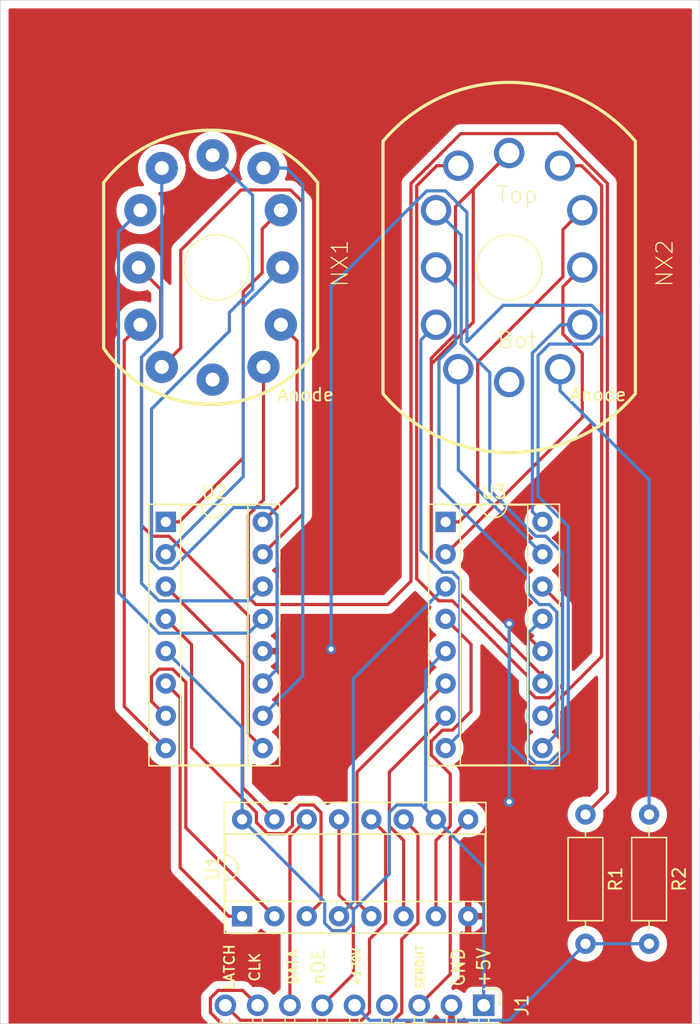
<source format=kicad_pcb>
(kicad_pcb (version 20171130) (host pcbnew "(5.1.5-0-10_14)")

  (general
    (thickness 1.6)
    (drawings 14)
    (tracks 307)
    (zones 0)
    (modules 8)
    (nets 40)
  )

  (page A4)
  (layers
    (0 F.Cu signal hide)
    (31 B.Cu signal)
    (32 B.Adhes user)
    (33 F.Adhes user)
    (34 B.Paste user)
    (35 F.Paste user)
    (36 B.SilkS user)
    (37 F.SilkS user)
    (38 B.Mask user)
    (39 F.Mask user)
    (40 Dwgs.User user)
    (41 Cmts.User user)
    (42 Eco1.User user)
    (43 Eco2.User user)
    (44 Edge.Cuts user)
    (45 Margin user)
    (46 B.CrtYd user)
    (47 F.CrtYd user)
    (48 B.Fab user)
    (49 F.Fab user)
  )

  (setup
    (last_trace_width 0.25)
    (trace_clearance 0.2)
    (zone_clearance 0.608)
    (zone_45_only no)
    (trace_min 0.2)
    (via_size 0.8)
    (via_drill 0.4)
    (via_min_size 0.4)
    (via_min_drill 0.3)
    (uvia_size 0.3)
    (uvia_drill 0.1)
    (uvias_allowed no)
    (uvia_min_size 0.2)
    (uvia_min_drill 0.1)
    (edge_width 0.05)
    (segment_width 0.2)
    (pcb_text_width 0.3)
    (pcb_text_size 1.5 1.5)
    (mod_edge_width 0.12)
    (mod_text_size 1 1)
    (mod_text_width 0.15)
    (pad_size 2.54 2.54)
    (pad_drill 1.09982)
    (pad_to_mask_clearance 0.051)
    (solder_mask_min_width 0.25)
    (aux_axis_origin 0 0)
    (visible_elements FFFFFF7F)
    (pcbplotparams
      (layerselection 0x010fc_ffffffff)
      (usegerberextensions false)
      (usegerberattributes false)
      (usegerberadvancedattributes false)
      (creategerberjobfile false)
      (excludeedgelayer true)
      (linewidth 0.100000)
      (plotframeref false)
      (viasonmask false)
      (mode 1)
      (useauxorigin false)
      (hpglpennumber 1)
      (hpglpenspeed 20)
      (hpglpendiameter 15.000000)
      (psnegative false)
      (psa4output false)
      (plotreference true)
      (plotvalue true)
      (plotinvisibletext false)
      (padsonsilk false)
      (subtractmaskfromsilk false)
      (outputformat 1)
      (mirror false)
      (drillshape 0)
      (scaleselection 1)
      (outputdirectory "gerbers/"))
  )

  (net 0 "")
  (net 1 /+170V)
  (net 2 "Net-(J1-Pad4)")
  (net 3 GND)
  (net 4 +5V)
  (net 5 /LATCH)
  (net 6 /CLK)
  (net 7 /DATA)
  (net 8 /nOE)
  (net 9 /SEROUT)
  (net 10 /NX1_Anode)
  (net 11 /NX2_Anode)
  (net 12 /A1)
  (net 13 /D2)
  (net 14 /C2)
  (net 15 /B2)
  (net 16 /A2)
  (net 17 /D1)
  (net 18 /C1)
  (net 19 /B1)
  (net 20 /NX1_0)
  (net 21 /NX1_2)
  (net 22 /NX1_1)
  (net 23 /NX1_5)
  (net 24 /NX1_4)
  (net 25 /NX1_6)
  (net 26 /NX1_7)
  (net 27 /NX1_9)
  (net 28 /NX1_3)
  (net 29 /NX1_8)
  (net 30 /NX2_0)
  (net 31 /NX2_2)
  (net 32 /NX2_1)
  (net 33 /NX2_5)
  (net 34 /NX2_4)
  (net 35 /NX2_6)
  (net 36 /NX2_7)
  (net 37 /NX2_9)
  (net 38 /NX2_3)
  (net 39 /NX2_8)

  (net_class Default "This is the default net class."
    (clearance 0.2)
    (trace_width 0.25)
    (via_dia 0.8)
    (via_drill 0.4)
    (uvia_dia 0.3)
    (uvia_drill 0.1)
    (add_net +5V)
    (add_net /+170V)
    (add_net /A1)
    (add_net /A2)
    (add_net /B1)
    (add_net /B2)
    (add_net /C1)
    (add_net /C2)
    (add_net /CLK)
    (add_net /D1)
    (add_net /D2)
    (add_net /DATA)
    (add_net /LATCH)
    (add_net /NX1_0)
    (add_net /NX1_1)
    (add_net /NX1_2)
    (add_net /NX1_3)
    (add_net /NX1_4)
    (add_net /NX1_5)
    (add_net /NX1_6)
    (add_net /NX1_7)
    (add_net /NX1_8)
    (add_net /NX1_9)
    (add_net /NX1_Anode)
    (add_net /NX2_0)
    (add_net /NX2_1)
    (add_net /NX2_2)
    (add_net /NX2_3)
    (add_net /NX2_4)
    (add_net /NX2_5)
    (add_net /NX2_6)
    (add_net /NX2_7)
    (add_net /NX2_8)
    (add_net /NX2_9)
    (add_net /NX2_Anode)
    (add_net /SEROUT)
    (add_net /nOE)
    (add_net GND)
    (add_net "Net-(J1-Pad4)")
  )

  (module Package_DIP:DIP-16_W7.62mm_Socket (layer F.Cu) (tedit 5A02E8C5) (tstamp 5E2AEFAD)
    (at 85 86)
    (descr "16-lead though-hole mounted DIP package, row spacing 7.62 mm (300 mils), Socket")
    (tags "THT DIP DIL PDIP 2.54mm 7.62mm 300mil Socket")
    (path /5E2BD3C4)
    (fp_text reference U3 (at 3.81 -2.33) (layer F.SilkS)
      (effects (font (size 1 1) (thickness 0.15)))
    )
    (fp_text value 74141 (at 3.81 20.11) (layer F.Fab)
      (effects (font (size 1 1) (thickness 0.15)))
    )
    (fp_text user %R (at 3.81 8.89) (layer F.Fab)
      (effects (font (size 1 1) (thickness 0.15)))
    )
    (fp_line (start 9.15 -1.6) (end -1.55 -1.6) (layer F.CrtYd) (width 0.05))
    (fp_line (start 9.15 19.4) (end 9.15 -1.6) (layer F.CrtYd) (width 0.05))
    (fp_line (start -1.55 19.4) (end 9.15 19.4) (layer F.CrtYd) (width 0.05))
    (fp_line (start -1.55 -1.6) (end -1.55 19.4) (layer F.CrtYd) (width 0.05))
    (fp_line (start 8.95 -1.39) (end -1.33 -1.39) (layer F.SilkS) (width 0.12))
    (fp_line (start 8.95 19.17) (end 8.95 -1.39) (layer F.SilkS) (width 0.12))
    (fp_line (start -1.33 19.17) (end 8.95 19.17) (layer F.SilkS) (width 0.12))
    (fp_line (start -1.33 -1.39) (end -1.33 19.17) (layer F.SilkS) (width 0.12))
    (fp_line (start 6.46 -1.33) (end 4.81 -1.33) (layer F.SilkS) (width 0.12))
    (fp_line (start 6.46 19.11) (end 6.46 -1.33) (layer F.SilkS) (width 0.12))
    (fp_line (start 1.16 19.11) (end 6.46 19.11) (layer F.SilkS) (width 0.12))
    (fp_line (start 1.16 -1.33) (end 1.16 19.11) (layer F.SilkS) (width 0.12))
    (fp_line (start 2.81 -1.33) (end 1.16 -1.33) (layer F.SilkS) (width 0.12))
    (fp_line (start 8.89 -1.33) (end -1.27 -1.33) (layer F.Fab) (width 0.1))
    (fp_line (start 8.89 19.11) (end 8.89 -1.33) (layer F.Fab) (width 0.1))
    (fp_line (start -1.27 19.11) (end 8.89 19.11) (layer F.Fab) (width 0.1))
    (fp_line (start -1.27 -1.33) (end -1.27 19.11) (layer F.Fab) (width 0.1))
    (fp_line (start 0.635 -0.27) (end 1.635 -1.27) (layer F.Fab) (width 0.1))
    (fp_line (start 0.635 19.05) (end 0.635 -0.27) (layer F.Fab) (width 0.1))
    (fp_line (start 6.985 19.05) (end 0.635 19.05) (layer F.Fab) (width 0.1))
    (fp_line (start 6.985 -1.27) (end 6.985 19.05) (layer F.Fab) (width 0.1))
    (fp_line (start 1.635 -1.27) (end 6.985 -1.27) (layer F.Fab) (width 0.1))
    (fp_arc (start 3.81 -1.33) (end 2.81 -1.33) (angle -180) (layer F.SilkS) (width 0.12))
    (pad 16 thru_hole oval (at 7.62 0) (size 1.6 1.6) (drill 0.8) (layers *.Cu *.Mask)
      (net 30 /NX2_0))
    (pad 8 thru_hole oval (at 0 17.78) (size 1.6 1.6) (drill 0.8) (layers *.Cu *.Mask)
      (net 31 /NX2_2))
    (pad 15 thru_hole oval (at 7.62 2.54) (size 1.6 1.6) (drill 0.8) (layers *.Cu *.Mask)
      (net 32 /NX2_1))
    (pad 7 thru_hole oval (at 0 15.24) (size 1.6 1.6) (drill 0.8) (layers *.Cu *.Mask)
      (net 14 /C2))
    (pad 14 thru_hole oval (at 7.62 5.08) (size 1.6 1.6) (drill 0.8) (layers *.Cu *.Mask)
      (net 33 /NX2_5))
    (pad 6 thru_hole oval (at 0 12.7) (size 1.6 1.6) (drill 0.8) (layers *.Cu *.Mask)
      (net 15 /B2))
    (pad 13 thru_hole oval (at 7.62 7.62) (size 1.6 1.6) (drill 0.8) (layers *.Cu *.Mask)
      (net 34 /NX2_4))
    (pad 5 thru_hole oval (at 0 10.16) (size 1.6 1.6) (drill 0.8) (layers *.Cu *.Mask)
      (net 4 +5V))
    (pad 12 thru_hole oval (at 7.62 10.16) (size 1.6 1.6) (drill 0.8) (layers *.Cu *.Mask)
      (net 3 GND))
    (pad 4 thru_hole oval (at 0 7.62) (size 1.6 1.6) (drill 0.8) (layers *.Cu *.Mask)
      (net 13 /D2))
    (pad 11 thru_hole oval (at 7.62 12.7) (size 1.6 1.6) (drill 0.8) (layers *.Cu *.Mask)
      (net 35 /NX2_6))
    (pad 3 thru_hole oval (at 0 5.08) (size 1.6 1.6) (drill 0.8) (layers *.Cu *.Mask)
      (net 16 /A2))
    (pad 10 thru_hole oval (at 7.62 15.24) (size 1.6 1.6) (drill 0.8) (layers *.Cu *.Mask)
      (net 36 /NX2_7))
    (pad 2 thru_hole oval (at 0 2.54) (size 1.6 1.6) (drill 0.8) (layers *.Cu *.Mask)
      (net 37 /NX2_9))
    (pad 9 thru_hole oval (at 7.62 17.78) (size 1.6 1.6) (drill 0.8) (layers *.Cu *.Mask)
      (net 38 /NX2_3))
    (pad 1 thru_hole rect (at 0 0) (size 1.6 1.6) (drill 0.8) (layers *.Cu *.Mask)
      (net 39 /NX2_8))
    (model ${KISYS3DMOD}/Package_DIP.3dshapes/DIP-16_W7.62mm_Socket.wrl
      (at (xyz 0 0 0))
      (scale (xyz 1 1 1))
      (rotate (xyz 0 0 0))
    )
  )

  (module Package_DIP:DIP-16_W7.62mm_Socket (layer F.Cu) (tedit 5A02E8C5) (tstamp 5E2AEF81)
    (at 63 86)
    (descr "16-lead though-hole mounted DIP package, row spacing 7.62 mm (300 mils), Socket")
    (tags "THT DIP DIL PDIP 2.54mm 7.62mm 300mil Socket")
    (path /5E2A6972)
    (fp_text reference U2 (at 3.81 -2.33) (layer F.SilkS)
      (effects (font (size 1 1) (thickness 0.15)))
    )
    (fp_text value 74141 (at 3.81 20.11) (layer F.Fab)
      (effects (font (size 1 1) (thickness 0.15)))
    )
    (fp_text user %R (at 3.81 8.89) (layer F.Fab)
      (effects (font (size 1 1) (thickness 0.15)))
    )
    (fp_line (start 9.15 -1.6) (end -1.55 -1.6) (layer F.CrtYd) (width 0.05))
    (fp_line (start 9.15 19.4) (end 9.15 -1.6) (layer F.CrtYd) (width 0.05))
    (fp_line (start -1.55 19.4) (end 9.15 19.4) (layer F.CrtYd) (width 0.05))
    (fp_line (start -1.55 -1.6) (end -1.55 19.4) (layer F.CrtYd) (width 0.05))
    (fp_line (start 8.95 -1.39) (end -1.33 -1.39) (layer F.SilkS) (width 0.12))
    (fp_line (start 8.95 19.17) (end 8.95 -1.39) (layer F.SilkS) (width 0.12))
    (fp_line (start -1.33 19.17) (end 8.95 19.17) (layer F.SilkS) (width 0.12))
    (fp_line (start -1.33 -1.39) (end -1.33 19.17) (layer F.SilkS) (width 0.12))
    (fp_line (start 6.46 -1.33) (end 4.81 -1.33) (layer F.SilkS) (width 0.12))
    (fp_line (start 6.46 19.11) (end 6.46 -1.33) (layer F.SilkS) (width 0.12))
    (fp_line (start 1.16 19.11) (end 6.46 19.11) (layer F.SilkS) (width 0.12))
    (fp_line (start 1.16 -1.33) (end 1.16 19.11) (layer F.SilkS) (width 0.12))
    (fp_line (start 2.81 -1.33) (end 1.16 -1.33) (layer F.SilkS) (width 0.12))
    (fp_line (start 8.89 -1.33) (end -1.27 -1.33) (layer F.Fab) (width 0.1))
    (fp_line (start 8.89 19.11) (end 8.89 -1.33) (layer F.Fab) (width 0.1))
    (fp_line (start -1.27 19.11) (end 8.89 19.11) (layer F.Fab) (width 0.1))
    (fp_line (start -1.27 -1.33) (end -1.27 19.11) (layer F.Fab) (width 0.1))
    (fp_line (start 0.635 -0.27) (end 1.635 -1.27) (layer F.Fab) (width 0.1))
    (fp_line (start 0.635 19.05) (end 0.635 -0.27) (layer F.Fab) (width 0.1))
    (fp_line (start 6.985 19.05) (end 0.635 19.05) (layer F.Fab) (width 0.1))
    (fp_line (start 6.985 -1.27) (end 6.985 19.05) (layer F.Fab) (width 0.1))
    (fp_line (start 1.635 -1.27) (end 6.985 -1.27) (layer F.Fab) (width 0.1))
    (fp_arc (start 3.81 -1.33) (end 2.81 -1.33) (angle -180) (layer F.SilkS) (width 0.12))
    (pad 16 thru_hole oval (at 7.62 0) (size 1.6 1.6) (drill 0.8) (layers *.Cu *.Mask)
      (net 20 /NX1_0))
    (pad 8 thru_hole oval (at 0 17.78) (size 1.6 1.6) (drill 0.8) (layers *.Cu *.Mask)
      (net 21 /NX1_2))
    (pad 15 thru_hole oval (at 7.62 2.54) (size 1.6 1.6) (drill 0.8) (layers *.Cu *.Mask)
      (net 22 /NX1_1))
    (pad 7 thru_hole oval (at 0 15.24) (size 1.6 1.6) (drill 0.8) (layers *.Cu *.Mask)
      (net 18 /C1))
    (pad 14 thru_hole oval (at 7.62 5.08) (size 1.6 1.6) (drill 0.8) (layers *.Cu *.Mask)
      (net 23 /NX1_5))
    (pad 6 thru_hole oval (at 0 12.7) (size 1.6 1.6) (drill 0.8) (layers *.Cu *.Mask)
      (net 19 /B1))
    (pad 13 thru_hole oval (at 7.62 7.62) (size 1.6 1.6) (drill 0.8) (layers *.Cu *.Mask)
      (net 24 /NX1_4))
    (pad 5 thru_hole oval (at 0 10.16) (size 1.6 1.6) (drill 0.8) (layers *.Cu *.Mask)
      (net 4 +5V))
    (pad 12 thru_hole oval (at 7.62 10.16) (size 1.6 1.6) (drill 0.8) (layers *.Cu *.Mask)
      (net 3 GND))
    (pad 4 thru_hole oval (at 0 7.62) (size 1.6 1.6) (drill 0.8) (layers *.Cu *.Mask)
      (net 17 /D1))
    (pad 11 thru_hole oval (at 7.62 12.7) (size 1.6 1.6) (drill 0.8) (layers *.Cu *.Mask)
      (net 25 /NX1_6))
    (pad 3 thru_hole oval (at 0 5.08) (size 1.6 1.6) (drill 0.8) (layers *.Cu *.Mask)
      (net 12 /A1))
    (pad 10 thru_hole oval (at 7.62 15.24) (size 1.6 1.6) (drill 0.8) (layers *.Cu *.Mask)
      (net 26 /NX1_7))
    (pad 2 thru_hole oval (at 0 2.54) (size 1.6 1.6) (drill 0.8) (layers *.Cu *.Mask)
      (net 27 /NX1_9))
    (pad 9 thru_hole oval (at 7.62 17.78) (size 1.6 1.6) (drill 0.8) (layers *.Cu *.Mask)
      (net 28 /NX1_3))
    (pad 1 thru_hole rect (at 0 0) (size 1.6 1.6) (drill 0.8) (layers *.Cu *.Mask)
      (net 29 /NX1_8))
    (model ${KISYS3DMOD}/Package_DIP.3dshapes/DIP-16_W7.62mm_Socket.wrl
      (at (xyz 0 0 0))
      (scale (xyz 1 1 1))
      (rotate (xyz 0 0 0))
    )
  )

  (module Package_DIP:DIP-16_W7.62mm_Socket (layer F.Cu) (tedit 5A02E8C5) (tstamp 5E2AEF55)
    (at 69 117 90)
    (descr "16-lead though-hole mounted DIP package, row spacing 7.62 mm (300 mils), Socket")
    (tags "THT DIP DIL PDIP 2.54mm 7.62mm 300mil Socket")
    (path /5E2A45F9)
    (fp_text reference U1 (at 3.81 -2.33 90) (layer F.SilkS)
      (effects (font (size 1 1) (thickness 0.15)))
    )
    (fp_text value 74HC595 (at 3.81 20.11 90) (layer F.Fab)
      (effects (font (size 1 1) (thickness 0.15)))
    )
    (fp_text user %R (at 3.81 8.89 90) (layer F.Fab)
      (effects (font (size 1 1) (thickness 0.15)))
    )
    (fp_line (start 9.15 -1.6) (end -1.55 -1.6) (layer F.CrtYd) (width 0.05))
    (fp_line (start 9.15 19.4) (end 9.15 -1.6) (layer F.CrtYd) (width 0.05))
    (fp_line (start -1.55 19.4) (end 9.15 19.4) (layer F.CrtYd) (width 0.05))
    (fp_line (start -1.55 -1.6) (end -1.55 19.4) (layer F.CrtYd) (width 0.05))
    (fp_line (start 8.95 -1.39) (end -1.33 -1.39) (layer F.SilkS) (width 0.12))
    (fp_line (start 8.95 19.17) (end 8.95 -1.39) (layer F.SilkS) (width 0.12))
    (fp_line (start -1.33 19.17) (end 8.95 19.17) (layer F.SilkS) (width 0.12))
    (fp_line (start -1.33 -1.39) (end -1.33 19.17) (layer F.SilkS) (width 0.12))
    (fp_line (start 6.46 -1.33) (end 4.81 -1.33) (layer F.SilkS) (width 0.12))
    (fp_line (start 6.46 19.11) (end 6.46 -1.33) (layer F.SilkS) (width 0.12))
    (fp_line (start 1.16 19.11) (end 6.46 19.11) (layer F.SilkS) (width 0.12))
    (fp_line (start 1.16 -1.33) (end 1.16 19.11) (layer F.SilkS) (width 0.12))
    (fp_line (start 2.81 -1.33) (end 1.16 -1.33) (layer F.SilkS) (width 0.12))
    (fp_line (start 8.89 -1.33) (end -1.27 -1.33) (layer F.Fab) (width 0.1))
    (fp_line (start 8.89 19.11) (end 8.89 -1.33) (layer F.Fab) (width 0.1))
    (fp_line (start -1.27 19.11) (end 8.89 19.11) (layer F.Fab) (width 0.1))
    (fp_line (start -1.27 -1.33) (end -1.27 19.11) (layer F.Fab) (width 0.1))
    (fp_line (start 0.635 -0.27) (end 1.635 -1.27) (layer F.Fab) (width 0.1))
    (fp_line (start 0.635 19.05) (end 0.635 -0.27) (layer F.Fab) (width 0.1))
    (fp_line (start 6.985 19.05) (end 0.635 19.05) (layer F.Fab) (width 0.1))
    (fp_line (start 6.985 -1.27) (end 6.985 19.05) (layer F.Fab) (width 0.1))
    (fp_line (start 1.635 -1.27) (end 6.985 -1.27) (layer F.Fab) (width 0.1))
    (fp_arc (start 3.81 -1.33) (end 2.81 -1.33) (angle -180) (layer F.SilkS) (width 0.12))
    (pad 16 thru_hole oval (at 7.62 0 90) (size 1.6 1.6) (drill 0.8) (layers *.Cu *.Mask)
      (net 4 +5V))
    (pad 8 thru_hole oval (at 0 17.78 90) (size 1.6 1.6) (drill 0.8) (layers *.Cu *.Mask)
      (net 3 GND))
    (pad 15 thru_hole oval (at 7.62 2.54 90) (size 1.6 1.6) (drill 0.8) (layers *.Cu *.Mask)
      (net 12 /A1))
    (pad 7 thru_hole oval (at 0 15.24 90) (size 1.6 1.6) (drill 0.8) (layers *.Cu *.Mask)
      (net 13 /D2))
    (pad 14 thru_hole oval (at 7.62 5.08 90) (size 1.6 1.6) (drill 0.8) (layers *.Cu *.Mask)
      (net 7 /DATA))
    (pad 6 thru_hole oval (at 0 12.7 90) (size 1.6 1.6) (drill 0.8) (layers *.Cu *.Mask)
      (net 14 /C2))
    (pad 13 thru_hole oval (at 7.62 7.62 90) (size 1.6 1.6) (drill 0.8) (layers *.Cu *.Mask)
      (net 8 /nOE))
    (pad 5 thru_hole oval (at 0 10.16 90) (size 1.6 1.6) (drill 0.8) (layers *.Cu *.Mask)
      (net 15 /B2))
    (pad 12 thru_hole oval (at 7.62 10.16 90) (size 1.6 1.6) (drill 0.8) (layers *.Cu *.Mask)
      (net 5 /LATCH))
    (pad 4 thru_hole oval (at 0 7.62 90) (size 1.6 1.6) (drill 0.8) (layers *.Cu *.Mask)
      (net 16 /A2))
    (pad 11 thru_hole oval (at 7.62 12.7 90) (size 1.6 1.6) (drill 0.8) (layers *.Cu *.Mask)
      (net 6 /CLK))
    (pad 3 thru_hole oval (at 0 5.08 90) (size 1.6 1.6) (drill 0.8) (layers *.Cu *.Mask)
      (net 17 /D1))
    (pad 10 thru_hole oval (at 7.62 15.24 90) (size 1.6 1.6) (drill 0.8) (layers *.Cu *.Mask)
      (net 4 +5V))
    (pad 2 thru_hole oval (at 0 2.54 90) (size 1.6 1.6) (drill 0.8) (layers *.Cu *.Mask)
      (net 18 /C1))
    (pad 9 thru_hole oval (at 7.62 17.78 90) (size 1.6 1.6) (drill 0.8) (layers *.Cu *.Mask)
      (net 9 /SEROUT))
    (pad 1 thru_hole rect (at 0 0 90) (size 1.6 1.6) (drill 0.8) (layers *.Cu *.Mask)
      (net 19 /B1))
    (model ${KISYS3DMOD}/Package_DIP.3dshapes/DIP-16_W7.62mm_Socket.wrl
      (at (xyz 0 0 0))
      (scale (xyz 1 1 1))
      (rotate (xyz 0 0 0))
    )
  )

  (module Resistor_THT:R_Axial_DIN0207_L6.3mm_D2.5mm_P10.16mm_Horizontal (layer F.Cu) (tedit 5AE5139B) (tstamp 5E2AEF29)
    (at 101 109 270)
    (descr "Resistor, Axial_DIN0207 series, Axial, Horizontal, pin pitch=10.16mm, 0.25W = 1/4W, length*diameter=6.3*2.5mm^2, http://cdn-reichelt.de/documents/datenblatt/B400/1_4W%23YAG.pdf")
    (tags "Resistor Axial_DIN0207 series Axial Horizontal pin pitch 10.16mm 0.25W = 1/4W length 6.3mm diameter 2.5mm")
    (path /5E2ADFEB)
    (fp_text reference R2 (at 5.08 -2.37 90) (layer F.SilkS)
      (effects (font (size 1 1) (thickness 0.15)))
    )
    (fp_text value 12k (at 5.08 2.37 90) (layer F.Fab)
      (effects (font (size 1 1) (thickness 0.15)))
    )
    (fp_text user %R (at 5.08 0 270) (layer F.Fab)
      (effects (font (size 1 1) (thickness 0.15)))
    )
    (fp_line (start 11.21 -1.5) (end -1.05 -1.5) (layer F.CrtYd) (width 0.05))
    (fp_line (start 11.21 1.5) (end 11.21 -1.5) (layer F.CrtYd) (width 0.05))
    (fp_line (start -1.05 1.5) (end 11.21 1.5) (layer F.CrtYd) (width 0.05))
    (fp_line (start -1.05 -1.5) (end -1.05 1.5) (layer F.CrtYd) (width 0.05))
    (fp_line (start 9.12 0) (end 8.35 0) (layer F.SilkS) (width 0.12))
    (fp_line (start 1.04 0) (end 1.81 0) (layer F.SilkS) (width 0.12))
    (fp_line (start 8.35 -1.37) (end 1.81 -1.37) (layer F.SilkS) (width 0.12))
    (fp_line (start 8.35 1.37) (end 8.35 -1.37) (layer F.SilkS) (width 0.12))
    (fp_line (start 1.81 1.37) (end 8.35 1.37) (layer F.SilkS) (width 0.12))
    (fp_line (start 1.81 -1.37) (end 1.81 1.37) (layer F.SilkS) (width 0.12))
    (fp_line (start 10.16 0) (end 8.23 0) (layer F.Fab) (width 0.1))
    (fp_line (start 0 0) (end 1.93 0) (layer F.Fab) (width 0.1))
    (fp_line (start 8.23 -1.25) (end 1.93 -1.25) (layer F.Fab) (width 0.1))
    (fp_line (start 8.23 1.25) (end 8.23 -1.25) (layer F.Fab) (width 0.1))
    (fp_line (start 1.93 1.25) (end 8.23 1.25) (layer F.Fab) (width 0.1))
    (fp_line (start 1.93 -1.25) (end 1.93 1.25) (layer F.Fab) (width 0.1))
    (pad 2 thru_hole oval (at 10.16 0 270) (size 1.6 1.6) (drill 0.8) (layers *.Cu *.Mask)
      (net 1 /+170V))
    (pad 1 thru_hole circle (at 0 0 270) (size 1.6 1.6) (drill 0.8) (layers *.Cu *.Mask)
      (net 11 /NX2_Anode))
    (model ${KISYS3DMOD}/Resistor_THT.3dshapes/R_Axial_DIN0207_L6.3mm_D2.5mm_P10.16mm_Horizontal.wrl
      (at (xyz 0 0 0))
      (scale (xyz 1 1 1))
      (rotate (xyz 0 0 0))
    )
  )

  (module Resistor_THT:R_Axial_DIN0207_L6.3mm_D2.5mm_P10.16mm_Horizontal (layer F.Cu) (tedit 5AE5139B) (tstamp 5E2AEF12)
    (at 96 109 270)
    (descr "Resistor, Axial_DIN0207 series, Axial, Horizontal, pin pitch=10.16mm, 0.25W = 1/4W, length*diameter=6.3*2.5mm^2, http://cdn-reichelt.de/documents/datenblatt/B400/1_4W%23YAG.pdf")
    (tags "Resistor Axial_DIN0207 series Axial Horizontal pin pitch 10.16mm 0.25W = 1/4W length 6.3mm diameter 2.5mm")
    (path /5E2B0A6D)
    (fp_text reference R1 (at 5.08 -2.37 90) (layer F.SilkS)
      (effects (font (size 1 1) (thickness 0.15)))
    )
    (fp_text value 12k (at 5.08 2.37 90) (layer F.Fab)
      (effects (font (size 1 1) (thickness 0.15)))
    )
    (fp_text user %R (at 5.08 0 90) (layer F.Fab)
      (effects (font (size 1 1) (thickness 0.15)))
    )
    (fp_line (start 11.21 -1.5) (end -1.05 -1.5) (layer F.CrtYd) (width 0.05))
    (fp_line (start 11.21 1.5) (end 11.21 -1.5) (layer F.CrtYd) (width 0.05))
    (fp_line (start -1.05 1.5) (end 11.21 1.5) (layer F.CrtYd) (width 0.05))
    (fp_line (start -1.05 -1.5) (end -1.05 1.5) (layer F.CrtYd) (width 0.05))
    (fp_line (start 9.12 0) (end 8.35 0) (layer F.SilkS) (width 0.12))
    (fp_line (start 1.04 0) (end 1.81 0) (layer F.SilkS) (width 0.12))
    (fp_line (start 8.35 -1.37) (end 1.81 -1.37) (layer F.SilkS) (width 0.12))
    (fp_line (start 8.35 1.37) (end 8.35 -1.37) (layer F.SilkS) (width 0.12))
    (fp_line (start 1.81 1.37) (end 8.35 1.37) (layer F.SilkS) (width 0.12))
    (fp_line (start 1.81 -1.37) (end 1.81 1.37) (layer F.SilkS) (width 0.12))
    (fp_line (start 10.16 0) (end 8.23 0) (layer F.Fab) (width 0.1))
    (fp_line (start 0 0) (end 1.93 0) (layer F.Fab) (width 0.1))
    (fp_line (start 8.23 -1.25) (end 1.93 -1.25) (layer F.Fab) (width 0.1))
    (fp_line (start 8.23 1.25) (end 8.23 -1.25) (layer F.Fab) (width 0.1))
    (fp_line (start 1.93 1.25) (end 8.23 1.25) (layer F.Fab) (width 0.1))
    (fp_line (start 1.93 -1.25) (end 1.93 1.25) (layer F.Fab) (width 0.1))
    (pad 2 thru_hole oval (at 10.16 0 270) (size 1.6 1.6) (drill 0.8) (layers *.Cu *.Mask)
      (net 1 /+170V))
    (pad 1 thru_hole circle (at 0 0 270) (size 1.6 1.6) (drill 0.8) (layers *.Cu *.Mask)
      (net 10 /NX1_Anode))
    (model ${KISYS3DMOD}/Resistor_THT.3dshapes/R_Axial_DIN0207_L6.3mm_D2.5mm_P10.16mm_Horizontal.wrl
      (at (xyz 0 0 0))
      (scale (xyz 1 1 1))
      (rotate (xyz 0 0 0))
    )
  )

  (module Connector_PinHeader_2.54mm:PinHeader_1x09_P2.54mm_Horizontal (layer F.Cu) (tedit 59FED5CB) (tstamp 5E2AEEFB)
    (at 88 124 270)
    (descr "Through hole angled pin header, 1x09, 2.54mm pitch, 6mm pin length, single row")
    (tags "Through hole angled pin header THT 1x09 2.54mm single row")
    (path /5E2FF8D5)
    (fp_text reference J1 (at 0 -3 90) (layer F.SilkS)
      (effects (font (size 1 1) (thickness 0.15)))
    )
    (fp_text value Conn_01x09_Male (at 4.385 22.59 90) (layer F.Fab)
      (effects (font (size 1 1) (thickness 0.15)))
    )
    (fp_text user %R (at 2.77 10.16) (layer F.Fab)
      (effects (font (size 1 1) (thickness 0.15)))
    )
    (fp_line (start 10.55 -1.8) (end -1.8 -1.8) (layer F.CrtYd) (width 0.05))
    (fp_line (start 10.55 22.1) (end 10.55 -1.8) (layer F.CrtYd) (width 0.05))
    (fp_line (start -1.8 22.1) (end 10.55 22.1) (layer F.CrtYd) (width 0.05))
    (fp_line (start -1.8 -1.8) (end -1.8 22.1) (layer F.CrtYd) (width 0.05))
    (fp_line (start -1.27 -1.27) (end 0 -1.27) (layer F.SilkS) (width 0.12))
    (fp_line (start -1.27 0) (end -1.27 -1.27) (layer F.SilkS) (width 0.12))
    (fp_line (start 1.042929 20.7) (end 1.44 20.7) (layer F.SilkS) (width 0.12))
    (fp_line (start 1.042929 19.94) (end 1.44 19.94) (layer F.SilkS) (width 0.12))
    (fp_line (start 10.1 20.7) (end 4.1 20.7) (layer F.SilkS) (width 0.12))
    (fp_line (start 10.1 19.94) (end 10.1 20.7) (layer F.SilkS) (width 0.12))
    (fp_line (start 4.1 19.94) (end 10.1 19.94) (layer F.SilkS) (width 0.12))
    (fp_line (start 1.44 19.05) (end 4.1 19.05) (layer F.SilkS) (width 0.12))
    (fp_line (start 1.042929 18.16) (end 1.44 18.16) (layer F.SilkS) (width 0.12))
    (fp_line (start 1.042929 17.4) (end 1.44 17.4) (layer F.SilkS) (width 0.12))
    (fp_line (start 10.1 18.16) (end 4.1 18.16) (layer F.SilkS) (width 0.12))
    (fp_line (start 10.1 17.4) (end 10.1 18.16) (layer F.SilkS) (width 0.12))
    (fp_line (start 4.1 17.4) (end 10.1 17.4) (layer F.SilkS) (width 0.12))
    (fp_line (start 1.44 16.51) (end 4.1 16.51) (layer F.SilkS) (width 0.12))
    (fp_line (start 1.042929 15.62) (end 1.44 15.62) (layer F.SilkS) (width 0.12))
    (fp_line (start 1.042929 14.86) (end 1.44 14.86) (layer F.SilkS) (width 0.12))
    (fp_line (start 10.1 15.62) (end 4.1 15.62) (layer F.SilkS) (width 0.12))
    (fp_line (start 10.1 14.86) (end 10.1 15.62) (layer F.SilkS) (width 0.12))
    (fp_line (start 4.1 14.86) (end 10.1 14.86) (layer F.SilkS) (width 0.12))
    (fp_line (start 1.44 13.97) (end 4.1 13.97) (layer F.SilkS) (width 0.12))
    (fp_line (start 1.042929 13.08) (end 1.44 13.08) (layer F.SilkS) (width 0.12))
    (fp_line (start 1.042929 12.32) (end 1.44 12.32) (layer F.SilkS) (width 0.12))
    (fp_line (start 10.1 13.08) (end 4.1 13.08) (layer F.SilkS) (width 0.12))
    (fp_line (start 10.1 12.32) (end 10.1 13.08) (layer F.SilkS) (width 0.12))
    (fp_line (start 4.1 12.32) (end 10.1 12.32) (layer F.SilkS) (width 0.12))
    (fp_line (start 1.44 11.43) (end 4.1 11.43) (layer F.SilkS) (width 0.12))
    (fp_line (start 1.042929 10.54) (end 1.44 10.54) (layer F.SilkS) (width 0.12))
    (fp_line (start 1.042929 9.78) (end 1.44 9.78) (layer F.SilkS) (width 0.12))
    (fp_line (start 10.1 10.54) (end 4.1 10.54) (layer F.SilkS) (width 0.12))
    (fp_line (start 10.1 9.78) (end 10.1 10.54) (layer F.SilkS) (width 0.12))
    (fp_line (start 4.1 9.78) (end 10.1 9.78) (layer F.SilkS) (width 0.12))
    (fp_line (start 1.44 8.89) (end 4.1 8.89) (layer F.SilkS) (width 0.12))
    (fp_line (start 1.042929 8) (end 1.44 8) (layer F.SilkS) (width 0.12))
    (fp_line (start 1.042929 7.24) (end 1.44 7.24) (layer F.SilkS) (width 0.12))
    (fp_line (start 10.1 8) (end 4.1 8) (layer F.SilkS) (width 0.12))
    (fp_line (start 10.1 7.24) (end 10.1 8) (layer F.SilkS) (width 0.12))
    (fp_line (start 4.1 7.24) (end 10.1 7.24) (layer F.SilkS) (width 0.12))
    (fp_line (start 1.44 6.35) (end 4.1 6.35) (layer F.SilkS) (width 0.12))
    (fp_line (start 1.042929 5.46) (end 1.44 5.46) (layer F.SilkS) (width 0.12))
    (fp_line (start 1.042929 4.7) (end 1.44 4.7) (layer F.SilkS) (width 0.12))
    (fp_line (start 10.1 5.46) (end 4.1 5.46) (layer F.SilkS) (width 0.12))
    (fp_line (start 10.1 4.7) (end 10.1 5.46) (layer F.SilkS) (width 0.12))
    (fp_line (start 4.1 4.7) (end 10.1 4.7) (layer F.SilkS) (width 0.12))
    (fp_line (start 1.44 3.81) (end 4.1 3.81) (layer F.SilkS) (width 0.12))
    (fp_line (start 1.042929 2.92) (end 1.44 2.92) (layer F.SilkS) (width 0.12))
    (fp_line (start 1.042929 2.16) (end 1.44 2.16) (layer F.SilkS) (width 0.12))
    (fp_line (start 10.1 2.92) (end 4.1 2.92) (layer F.SilkS) (width 0.12))
    (fp_line (start 10.1 2.16) (end 10.1 2.92) (layer F.SilkS) (width 0.12))
    (fp_line (start 4.1 2.16) (end 10.1 2.16) (layer F.SilkS) (width 0.12))
    (fp_line (start 1.44 1.27) (end 4.1 1.27) (layer F.SilkS) (width 0.12))
    (fp_line (start 1.11 0.38) (end 1.44 0.38) (layer F.SilkS) (width 0.12))
    (fp_line (start 1.11 -0.38) (end 1.44 -0.38) (layer F.SilkS) (width 0.12))
    (fp_line (start 4.1 0.28) (end 10.1 0.28) (layer F.SilkS) (width 0.12))
    (fp_line (start 4.1 0.16) (end 10.1 0.16) (layer F.SilkS) (width 0.12))
    (fp_line (start 4.1 0.04) (end 10.1 0.04) (layer F.SilkS) (width 0.12))
    (fp_line (start 4.1 -0.08) (end 10.1 -0.08) (layer F.SilkS) (width 0.12))
    (fp_line (start 4.1 -0.2) (end 10.1 -0.2) (layer F.SilkS) (width 0.12))
    (fp_line (start 4.1 -0.32) (end 10.1 -0.32) (layer F.SilkS) (width 0.12))
    (fp_line (start 10.1 0.38) (end 4.1 0.38) (layer F.SilkS) (width 0.12))
    (fp_line (start 10.1 -0.38) (end 10.1 0.38) (layer F.SilkS) (width 0.12))
    (fp_line (start 4.1 -0.38) (end 10.1 -0.38) (layer F.SilkS) (width 0.12))
    (fp_line (start 4.1 -1.33) (end 1.44 -1.33) (layer F.SilkS) (width 0.12))
    (fp_line (start 4.1 21.65) (end 4.1 -1.33) (layer F.SilkS) (width 0.12))
    (fp_line (start 1.44 21.65) (end 4.1 21.65) (layer F.SilkS) (width 0.12))
    (fp_line (start 1.44 -1.33) (end 1.44 21.65) (layer F.SilkS) (width 0.12))
    (fp_line (start 4.04 20.64) (end 10.04 20.64) (layer F.Fab) (width 0.1))
    (fp_line (start 10.04 20) (end 10.04 20.64) (layer F.Fab) (width 0.1))
    (fp_line (start 4.04 20) (end 10.04 20) (layer F.Fab) (width 0.1))
    (fp_line (start -0.32 20.64) (end 1.5 20.64) (layer F.Fab) (width 0.1))
    (fp_line (start -0.32 20) (end -0.32 20.64) (layer F.Fab) (width 0.1))
    (fp_line (start -0.32 20) (end 1.5 20) (layer F.Fab) (width 0.1))
    (fp_line (start 4.04 18.1) (end 10.04 18.1) (layer F.Fab) (width 0.1))
    (fp_line (start 10.04 17.46) (end 10.04 18.1) (layer F.Fab) (width 0.1))
    (fp_line (start 4.04 17.46) (end 10.04 17.46) (layer F.Fab) (width 0.1))
    (fp_line (start -0.32 18.1) (end 1.5 18.1) (layer F.Fab) (width 0.1))
    (fp_line (start -0.32 17.46) (end -0.32 18.1) (layer F.Fab) (width 0.1))
    (fp_line (start -0.32 17.46) (end 1.5 17.46) (layer F.Fab) (width 0.1))
    (fp_line (start 4.04 15.56) (end 10.04 15.56) (layer F.Fab) (width 0.1))
    (fp_line (start 10.04 14.92) (end 10.04 15.56) (layer F.Fab) (width 0.1))
    (fp_line (start 4.04 14.92) (end 10.04 14.92) (layer F.Fab) (width 0.1))
    (fp_line (start -0.32 15.56) (end 1.5 15.56) (layer F.Fab) (width 0.1))
    (fp_line (start -0.32 14.92) (end -0.32 15.56) (layer F.Fab) (width 0.1))
    (fp_line (start -0.32 14.92) (end 1.5 14.92) (layer F.Fab) (width 0.1))
    (fp_line (start 4.04 13.02) (end 10.04 13.02) (layer F.Fab) (width 0.1))
    (fp_line (start 10.04 12.38) (end 10.04 13.02) (layer F.Fab) (width 0.1))
    (fp_line (start 4.04 12.38) (end 10.04 12.38) (layer F.Fab) (width 0.1))
    (fp_line (start -0.32 13.02) (end 1.5 13.02) (layer F.Fab) (width 0.1))
    (fp_line (start -0.32 12.38) (end -0.32 13.02) (layer F.Fab) (width 0.1))
    (fp_line (start -0.32 12.38) (end 1.5 12.38) (layer F.Fab) (width 0.1))
    (fp_line (start 4.04 10.48) (end 10.04 10.48) (layer F.Fab) (width 0.1))
    (fp_line (start 10.04 9.84) (end 10.04 10.48) (layer F.Fab) (width 0.1))
    (fp_line (start 4.04 9.84) (end 10.04 9.84) (layer F.Fab) (width 0.1))
    (fp_line (start -0.32 10.48) (end 1.5 10.48) (layer F.Fab) (width 0.1))
    (fp_line (start -0.32 9.84) (end -0.32 10.48) (layer F.Fab) (width 0.1))
    (fp_line (start -0.32 9.84) (end 1.5 9.84) (layer F.Fab) (width 0.1))
    (fp_line (start 4.04 7.94) (end 10.04 7.94) (layer F.Fab) (width 0.1))
    (fp_line (start 10.04 7.3) (end 10.04 7.94) (layer F.Fab) (width 0.1))
    (fp_line (start 4.04 7.3) (end 10.04 7.3) (layer F.Fab) (width 0.1))
    (fp_line (start -0.32 7.94) (end 1.5 7.94) (layer F.Fab) (width 0.1))
    (fp_line (start -0.32 7.3) (end -0.32 7.94) (layer F.Fab) (width 0.1))
    (fp_line (start -0.32 7.3) (end 1.5 7.3) (layer F.Fab) (width 0.1))
    (fp_line (start 4.04 5.4) (end 10.04 5.4) (layer F.Fab) (width 0.1))
    (fp_line (start 10.04 4.76) (end 10.04 5.4) (layer F.Fab) (width 0.1))
    (fp_line (start 4.04 4.76) (end 10.04 4.76) (layer F.Fab) (width 0.1))
    (fp_line (start -0.32 5.4) (end 1.5 5.4) (layer F.Fab) (width 0.1))
    (fp_line (start -0.32 4.76) (end -0.32 5.4) (layer F.Fab) (width 0.1))
    (fp_line (start -0.32 4.76) (end 1.5 4.76) (layer F.Fab) (width 0.1))
    (fp_line (start 4.04 2.86) (end 10.04 2.86) (layer F.Fab) (width 0.1))
    (fp_line (start 10.04 2.22) (end 10.04 2.86) (layer F.Fab) (width 0.1))
    (fp_line (start 4.04 2.22) (end 10.04 2.22) (layer F.Fab) (width 0.1))
    (fp_line (start -0.32 2.86) (end 1.5 2.86) (layer F.Fab) (width 0.1))
    (fp_line (start -0.32 2.22) (end -0.32 2.86) (layer F.Fab) (width 0.1))
    (fp_line (start -0.32 2.22) (end 1.5 2.22) (layer F.Fab) (width 0.1))
    (fp_line (start 4.04 0.32) (end 10.04 0.32) (layer F.Fab) (width 0.1))
    (fp_line (start 10.04 -0.32) (end 10.04 0.32) (layer F.Fab) (width 0.1))
    (fp_line (start 4.04 -0.32) (end 10.04 -0.32) (layer F.Fab) (width 0.1))
    (fp_line (start -0.32 0.32) (end 1.5 0.32) (layer F.Fab) (width 0.1))
    (fp_line (start -0.32 -0.32) (end -0.32 0.32) (layer F.Fab) (width 0.1))
    (fp_line (start -0.32 -0.32) (end 1.5 -0.32) (layer F.Fab) (width 0.1))
    (fp_line (start 1.5 -0.635) (end 2.135 -1.27) (layer F.Fab) (width 0.1))
    (fp_line (start 1.5 21.59) (end 1.5 -0.635) (layer F.Fab) (width 0.1))
    (fp_line (start 4.04 21.59) (end 1.5 21.59) (layer F.Fab) (width 0.1))
    (fp_line (start 4.04 -1.27) (end 4.04 21.59) (layer F.Fab) (width 0.1))
    (fp_line (start 2.135 -1.27) (end 4.04 -1.27) (layer F.Fab) (width 0.1))
    (pad 9 thru_hole oval (at 0 20.32 270) (size 1.7 1.7) (drill 1) (layers *.Cu *.Mask)
      (net 5 /LATCH))
    (pad 8 thru_hole oval (at 0 17.78 270) (size 1.7 1.7) (drill 1) (layers *.Cu *.Mask)
      (net 6 /CLK))
    (pad 7 thru_hole oval (at 0 15.24 270) (size 1.7 1.7) (drill 1) (layers *.Cu *.Mask)
      (net 7 /DATA))
    (pad 6 thru_hole oval (at 0 12.7 270) (size 1.7 1.7) (drill 1) (layers *.Cu *.Mask)
      (net 8 /nOE))
    (pad 5 thru_hole oval (at 0 10.16 270) (size 1.7 1.7) (drill 1) (layers *.Cu *.Mask)
      (net 1 /+170V))
    (pad 4 thru_hole oval (at 0 7.62 270) (size 1.7 1.7) (drill 1) (layers *.Cu *.Mask)
      (net 2 "Net-(J1-Pad4)"))
    (pad 3 thru_hole oval (at 0 5.08 270) (size 1.7 1.7) (drill 1) (layers *.Cu *.Mask)
      (net 9 /SEROUT))
    (pad 2 thru_hole oval (at 0 2.54 270) (size 1.7 1.7) (drill 1) (layers *.Cu *.Mask)
      (net 3 GND))
    (pad 1 thru_hole rect (at 0 0 270) (size 1.7 1.7) (drill 1) (layers *.Cu *.Mask)
      (net 4 +5V))
    (model ${KISYS3DMOD}/Connector_PinHeader_2.54mm.3dshapes/PinHeader_1x09_P2.54mm_Horizontal.wrl
      (at (xyz 0 0 0))
      (scale (xyz 1 1 1))
      (rotate (xyz 0 0 0))
    )
  )

  (module nixies-us:nixies-us-IN-12-DSUB (layer F.Cu) (tedit 5E2A8002) (tstamp 5E2ABABD)
    (at 90 66)
    (descr "FOR USE WITH FEMALE D-SUB PINS")
    (tags "FOR USE WITH FEMALE D-SUB PINS")
    (attr virtual)
    (fp_text reference NX2 (at 12.22248 -0.3175 -270) (layer F.SilkS)
      (effects (font (size 1.27 1.27) (thickness 0.1016)))
    )
    (fp_text value "" (at 0 0) (layer F.SilkS)
      (effects (font (size 1.27 1.27) (thickness 0.15)))
    )
    (fp_text user Top (at 0.635 -5.715) (layer F.SilkS)
      (effects (font (size 1.27 1.27) (thickness 0.1016)))
    )
    (fp_text user Bot (at 0.635 5.715) (layer F.SilkS)
      (effects (font (size 1.27 1.27) (thickness 0.1016)))
    )
    (fp_arc (start 0 -1.59512) (end -9.92124 -9.92124) (angle 100) (layer F.SilkS) (width 0.254))
    (fp_arc (start 0 1.59512) (end 9.92124 9.92124) (angle 100) (layer F.SilkS) (width 0.254))
    (fp_circle (center 0 0) (end 0 -2.54) (layer F.SilkS) (width 0.127))
    (fp_line (start -9.92124 9.92124) (end -9.92124 -9.92124) (layer F.SilkS) (width 0.254))
    (fp_line (start 9.92124 -9.92124) (end 9.92124 9.92124) (layer F.SilkS) (width 0.254))
    (pad "" np_thru_hole circle (at 0 0) (size 4.99872 4.99872) (drill 4.99872) (layers *.Cu *.Mask))
    (pad LHDP thru_hole circle (at 0 8.99922) (size 2.39776 2.39776) (drill 1.59766) (layers *.Cu *.Mask))
    (pad A thru_hole circle (at 3.99796 7.99846) (size 2.39776 2.39776) (drill 1.59766) (layers *.Cu *.Mask)
      (net 11 /NX2_Anode))
    (pad 9 thru_hole circle (at 5.74802 0) (size 2.39776 2.39776) (drill 1.59766) (layers *.Cu *.Mask)
      (net 37 /NX2_9))
    (pad 8 thru_hole circle (at 5.74802 -4.49834) (size 2.39776 2.39776) (drill 1.59766) (layers *.Cu *.Mask)
      (net 39 /NX2_8))
    (pad 7 thru_hole circle (at 3.99796 -7.99846) (size 2.39776 2.39776) (drill 1.59766) (layers *.Cu *.Mask)
      (net 36 /NX2_7))
    (pad 6 thru_hole circle (at 0 -8.99922) (size 2.39776 2.39776) (drill 1.59766) (layers *.Cu *.Mask)
      (net 35 /NX2_6))
    (pad 5 thru_hole circle (at -3.99796 -7.99846) (size 2.39776 2.39776) (drill 1.59766) (layers *.Cu *.Mask)
      (net 33 /NX2_5))
    (pad 4 thru_hole circle (at -5.74802 -4.49834) (size 2.39776 2.39776) (drill 1.59766) (layers *.Cu *.Mask)
      (net 34 /NX2_4))
    (pad 3 thru_hole circle (at -5.74802 0) (size 2.39776 2.39776) (drill 1.59766) (layers *.Cu *.Mask)
      (net 38 /NX2_3))
    (pad 2 thru_hole circle (at -5.74802 4.49834) (size 2.39776 2.39776) (drill 1.59766) (layers *.Cu *.Mask)
      (net 31 /NX2_2))
    (pad 1 thru_hole circle (at -3.99796 7.99846) (size 2.39776 2.39776) (drill 1.59766) (layers *.Cu *.Mask)
      (net 32 /NX2_1))
    (pad 0 thru_hole circle (at 5.74802 4.49834) (size 2.39776 2.39776) (drill 1.59766) (layers *.Cu *.Mask)
      (net 30 /NX2_0))
  )

  (module nixies-us:nixies-us-IN-12 (layer F.Cu) (tedit 5E2A80C0) (tstamp 5E2AB9D6)
    (at 67 66)
    (descr "MAY BE USED WITH SOCKET: SK-136")
    (tags "MAY BE USED WITH SOCKET: SK-136")
    (attr virtual)
    (fp_text reference NX1 (at 9.68248 -0.3175 -270) (layer F.SilkS)
      (effects (font (size 1.27 1.27) (thickness 0.1016)))
    )
    (fp_text value "" (at 0 0) (layer F.SilkS)
      (effects (font (size 1.27 1.27) (thickness 0.15)))
    )
    (fp_arc (start -0.47498 -0.1397) (end -8.89 -6.6675) (angle 104.3) (layer F.SilkS) (width 0.254))
    (fp_arc (start -0.47498 0.55372) (end 7.9375 6.35) (angle 110.8) (layer F.SilkS) (width 0.254))
    (fp_arc (start -0.47498 0.33782) (end 7.9375 6.35) (angle 108.9) (layer F.SilkS) (width 0.127))
    (fp_arc (start -0.47498 -0.05588) (end -8.89 -6.6675) (angle 103.6) (layer F.SilkS) (width 0.127))
    (fp_circle (center 0 0) (end 0 -2.54) (layer F.SilkS) (width 0.127))
    (fp_line (start -8.89 6.18998) (end -8.89 6.35) (layer F.SilkS) (width 0.254))
    (fp_line (start -8.89 6.18998) (end -8.89 -6.6675) (layer F.SilkS) (width 0.254))
    (fp_line (start 7.9375 -6.6675) (end 7.9375 6.35) (layer F.SilkS) (width 0.254))
    (pad "" np_thru_hole circle (at 0 0) (size 4.99872 4.99872) (drill 4.99872) (layers *.Cu *.Mask))
    (pad LHDP thru_hole circle (at -0.3175 8.81634) (size 2.54 2.54) (drill 1.09982) (layers *.Cu *.Mask))
    (pad A thru_hole circle (at 3.68046 7.81558) (size 2.54 2.54) (drill 1.09982) (layers *.Cu *.Mask)
      (net 10 /NX1_Anode))
    (pad 9 thru_hole circle (at 5.17398 0) (size 2.54 2.54) (drill 1.09982) (layers *.Cu *.Mask)
      (net 27 /NX1_9))
    (pad 8 thru_hole circle (at 5.04698 -4.49834) (size 2.54 2.54) (drill 1.09982) (layers *.Cu *.Mask)
      (net 29 /NX1_8))
    (pad 7 thru_hole circle (at 3.68046 -7.81558) (size 2.54 2.54) (drill 1.09982) (layers *.Cu *.Mask)
      (net 26 /NX1_7))
    (pad 6 thru_hole circle (at -0.3175 -8.81634) (size 2.54 2.54) (drill 1.09982) (layers *.Cu *.Mask)
      (net 25 /NX1_6))
    (pad 5 thru_hole circle (at -4.31546 -7.81558) (size 2.54 2.54) (drill 1.09982) (layers *.Cu *.Mask)
      (net 23 /NX1_5))
    (pad 4 thru_hole circle (at -5.99948 -4.49834) (size 2.54 2.54) (drill 1.09982) (layers *.Cu *.Mask)
      (net 24 /NX1_4))
    (pad 3 thru_hole circle (at -6.12648 0) (size 2.54 2.54) (drill 1.09982) (layers *.Cu *.Mask)
      (net 28 /NX1_3))
    (pad 2 thru_hole circle (at -5.99948 4.49834) (size 2.54 2.54) (drill 1.09982) (layers *.Cu *.Mask)
      (net 21 /NX1_2))
    (pad 1 thru_hole circle (at -4.31546 7.81558) (size 2.54 2.54) (drill 1.09982) (layers *.Cu *.Mask)
      (net 22 /NX1_1))
    (pad 0 thru_hole circle (at 5.04698 4.49834) (size 2.54 2.54) (drill 1.09982) (layers *.Cu *.Mask)
      (net 20 /NX1_0))
  )

  (gr_text Anode (at 74 76) (layer F.SilkS)
    (effects (font (size 1 1) (thickness 0.15)))
  )
  (gr_text Anode (at 97 76) (layer F.SilkS)
    (effects (font (size 1 1) (thickness 0.15)))
  )
  (gr_text +5V (at 88 121 90) (layer F.SilkS)
    (effects (font (size 1 1) (thickness 0.15)))
  )
  (gr_text GND (at 86 121 90) (layer F.SilkS)
    (effects (font (size 1 1) (thickness 0.15)))
  )
  (gr_text SEROUT (at 83 121 90) (layer F.SilkS)
    (effects (font (size 0.6 0.6) (thickness 0.15)))
  )
  (gr_text +170V (at 78 121 90) (layer F.SilkS)
    (effects (font (size 0.6 0.6) (thickness 0.15)))
  )
  (gr_text nOE (at 75 121 90) (layer F.SilkS)
    (effects (font (size 1 1) (thickness 0.15)))
  )
  (gr_text DATA (at 73 121 90) (layer F.SilkS)
    (effects (font (size 0.8 0.8) (thickness 0.15)))
  )
  (gr_text CLK (at 70 121 90) (layer F.SilkS)
    (effects (font (size 0.8 0.8) (thickness 0.15)))
  )
  (gr_text LATCH (at 68 121 90) (layer F.SilkS)
    (effects (font (size 0.8 0.8) (thickness 0.15)))
  )
  (gr_line (start 49.9872 125.4506) (end 104.9872 125.4506) (layer Edge.Cuts) (width 0.05) (tstamp 5E2A8E23))
  (gr_line (start 50 45) (end 49.9872 125.4506) (layer Edge.Cuts) (width 0.05))
  (gr_line (start 105 45) (end 50 45) (layer Edge.Cuts) (width 0.05))
  (gr_line (start 104.9872 125.4506) (end 105 45) (layer Edge.Cuts) (width 0.05))

  (segment (start 101 119.16) (end 96 119.16) (width 0.25) (layer B.Cu) (net 1))
  (segment (start 78.689999 124.849999) (end 77.84 124) (width 0.25) (layer B.Cu) (net 1))
  (segment (start 79.015001 125.175001) (end 78.689999 124.849999) (width 0.25) (layer B.Cu) (net 1))
  (segment (start 89.984999 125.175001) (end 79.015001 125.175001) (width 0.25) (layer B.Cu) (net 1))
  (segment (start 96 119.16) (end 89.984999 125.175001) (width 0.25) (layer B.Cu) (net 1))
  (via (at 90 94) (size 0.8) (drill 0.4) (layers F.Cu B.Cu) (net 3))
  (segment (start 90.46 94) (end 90 94) (width 0.25) (layer F.Cu) (net 3))
  (segment (start 92.62 96.16) (end 90.46 94) (width 0.25) (layer F.Cu) (net 3))
  (segment (start 90 94) (end 90 107) (width 0.25) (layer B.Cu) (net 3))
  (via (at 90 108) (size 0.8) (drill 0.4) (layers F.Cu B.Cu) (net 3))
  (segment (start 90 107) (end 90 108) (width 0.25) (layer B.Cu) (net 3))
  (segment (start 86.675881 61.670216) (end 84.983444 59.977779) (width 0.25) (layer B.Cu) (net 3))
  (segment (start 84.983444 59.977779) (end 83.520516 59.977779) (width 0.25) (layer B.Cu) (net 3))
  (segment (start 86.675881 71.831108) (end 86.675881 61.670216) (width 0.25) (layer B.Cu) (net 3))
  (segment (start 89.53253 68.974459) (end 86.675881 71.831108) (width 0.25) (layer B.Cu) (net 3))
  (segment (start 96.479484 68.974459) (end 89.53253 68.974459) (width 0.25) (layer B.Cu) (net 3))
  (segment (start 97.271901 69.766876) (end 96.479484 68.974459) (width 0.25) (layer B.Cu) (net 3))
  (segment (start 93.165077 72.022221) (end 96.479484 72.022221) (width 0.25) (layer B.Cu) (net 3))
  (segment (start 96.479484 72.022221) (end 97.271901 71.229804) (width 0.25) (layer B.Cu) (net 3))
  (segment (start 92.270011 72.917287) (end 93.165077 72.022221) (width 0.25) (layer B.Cu) (net 3))
  (segment (start 91.893599 105.355011) (end 93.346402 105.35501) (width 0.25) (layer B.Cu) (net 3))
  (segment (start 94.64502 86.360018) (end 92.270011 83.985009) (width 0.25) (layer B.Cu) (net 3))
  (segment (start 94.64502 104.056392) (end 94.64502 86.360018) (width 0.25) (layer B.Cu) (net 3))
  (segment (start 97.271901 71.229804) (end 97.271901 69.766876) (width 0.25) (layer B.Cu) (net 3))
  (segment (start 92.270011 83.985009) (end 92.270011 72.917287) (width 0.25) (layer B.Cu) (net 3))
  (segment (start 83.520516 59.977779) (end 76 67.498295) (width 0.25) (layer B.Cu) (net 3))
  (segment (start 93.346402 105.35501) (end 94.64502 104.056392) (width 0.25) (layer B.Cu) (net 3))
  (segment (start 90 103.461412) (end 91.893599 105.355011) (width 0.25) (layer B.Cu) (net 3))
  (segment (start 90 94) (end 90 103.461412) (width 0.25) (layer B.Cu) (net 3))
  (segment (start 76 67.498295) (end 76 96) (width 0.25) (layer B.Cu) (net 3))
  (segment (start 76 96) (end 76 96) (width 0.25) (layer B.Cu) (net 3) (tstamp 5E2A9D49))
  (via (at 76 96) (size 0.8) (drill 0.4) (layers F.Cu B.Cu) (net 3))
  (segment (start 88 113.14) (end 84.24 109.38) (width 0.25) (layer B.Cu) (net 4))
  (segment (start 88 124) (end 88 113.14) (width 0.25) (layer B.Cu) (net 4))
  (segment (start 69.799999 110.179999) (end 69 109.38) (width 0.25) (layer B.Cu) (net 4))
  (segment (start 75.494999 115.874999) (end 69.799999 110.179999) (width 0.25) (layer B.Cu) (net 4))
  (segment (start 75.494999 117.540001) (end 75.494999 115.874999) (width 0.25) (layer B.Cu) (net 4))
  (segment (start 76.079999 118.125001) (end 75.494999 117.540001) (width 0.25) (layer B.Cu) (net 4))
  (segment (start 77.745001 117.540001) (end 77.160001 118.125001) (width 0.25) (layer B.Cu) (net 4))
  (segment (start 77.745001 116.511409) (end 77.745001 117.540001) (width 0.25) (layer B.Cu) (net 4))
  (segment (start 80.574999 113.681411) (end 77.745001 116.511409) (width 0.25) (layer B.Cu) (net 4))
  (segment (start 77.160001 118.125001) (end 76.079999 118.125001) (width 0.25) (layer B.Cu) (net 4))
  (segment (start 80.574999 108.839999) (end 80.574999 113.681411) (width 0.25) (layer B.Cu) (net 4))
  (segment (start 81.159999 108.254999) (end 80.574999 108.839999) (width 0.25) (layer B.Cu) (net 4))
  (segment (start 83.114999 108.254999) (end 81.159999 108.254999) (width 0.25) (layer B.Cu) (net 4))
  (segment (start 84.24 109.38) (end 83.114999 108.254999) (width 0.25) (layer B.Cu) (net 4))
  (segment (start 69 102.16) (end 63 96.16) (width 0.25) (layer B.Cu) (net 4))
  (segment (start 69 109.38) (end 69 102.16) (width 0.25) (layer B.Cu) (net 4))
  (segment (start 83.440001 108.580001) (end 84.24 109.38) (width 0.25) (layer B.Cu) (net 4))
  (segment (start 83.440001 97.719999) (end 83.440001 108.580001) (width 0.25) (layer B.Cu) (net 4))
  (segment (start 85 96.16) (end 83.440001 97.719999) (width 0.25) (layer B.Cu) (net 4))
  (segment (start 80.285001 117.540001) (end 80.285001 110.505001) (width 0.25) (layer F.Cu) (net 5))
  (segment (start 79.015001 118.810001) (end 80.285001 117.540001) (width 0.25) (layer F.Cu) (net 5))
  (segment (start 79.959999 110.179999) (end 79.16 109.38) (width 0.25) (layer F.Cu) (net 5))
  (segment (start 79.015001 124.564001) (end 79.015001 118.810001) (width 0.25) (layer F.Cu) (net 5))
  (segment (start 78.404001 125.175001) (end 79.015001 124.564001) (width 0.25) (layer F.Cu) (net 5))
  (segment (start 68.855001 125.175001) (end 78.404001 125.175001) (width 0.25) (layer F.Cu) (net 5))
  (segment (start 80.285001 110.505001) (end 79.959999 110.179999) (width 0.25) (layer F.Cu) (net 5))
  (segment (start 67.68 124) (end 68.855001 125.175001) (width 0.25) (layer F.Cu) (net 5))
  (segment (start 82.825001 110.505001) (end 82.499999 110.179999) (width 0.25) (layer F.Cu) (net 6))
  (segment (start 82.825001 117.540001) (end 82.825001 110.505001) (width 0.25) (layer F.Cu) (net 6))
  (segment (start 81.555001 118.810001) (end 82.825001 117.540001) (width 0.25) (layer F.Cu) (net 6))
  (segment (start 80.493991 125.625011) (end 81.555001 124.564001) (width 0.25) (layer F.Cu) (net 6))
  (segment (start 82.499999 110.179999) (end 81.7 109.38) (width 0.25) (layer F.Cu) (net 6))
  (segment (start 67.566009 125.625011) (end 80.493991 125.625011) (width 0.25) (layer F.Cu) (net 6))
  (segment (start 81.555001 124.564001) (end 81.555001 118.810001) (width 0.25) (layer F.Cu) (net 6))
  (segment (start 66.504999 124.564001) (end 67.566009 125.625011) (width 0.25) (layer F.Cu) (net 6))
  (segment (start 66.504999 123.435999) (end 66.504999 124.564001) (width 0.25) (layer F.Cu) (net 6))
  (segment (start 67.115999 122.824999) (end 66.504999 123.435999) (width 0.25) (layer F.Cu) (net 6))
  (segment (start 69.044999 122.824999) (end 67.115999 122.824999) (width 0.25) (layer F.Cu) (net 6))
  (segment (start 70.22 124) (end 69.044999 122.824999) (width 0.25) (layer F.Cu) (net 6))
  (segment (start 72.76 110.7) (end 74.08 109.38) (width 0.25) (layer F.Cu) (net 7))
  (segment (start 72.76 124) (end 72.76 110.7) (width 0.25) (layer F.Cu) (net 7))
  (segment (start 77.745001 121.554999) (end 76.149999 123.150001) (width 0.25) (layer F.Cu) (net 8))
  (segment (start 77.745001 116.459999) (end 77.745001 121.554999) (width 0.25) (layer F.Cu) (net 8))
  (segment (start 76.62 115.334998) (end 77.745001 116.459999) (width 0.25) (layer F.Cu) (net 8))
  (segment (start 76.149999 123.150001) (end 75.3 124) (width 0.25) (layer F.Cu) (net 8))
  (segment (start 76.62 109.38) (end 76.62 115.334998) (width 0.25) (layer F.Cu) (net 8))
  (segment (start 85.980001 110.179999) (end 86.78 109.38) (width 0.25) (layer F.Cu) (net 9))
  (segment (start 85.365001 110.794999) (end 85.980001 110.179999) (width 0.25) (layer F.Cu) (net 9))
  (segment (start 85.365001 121.554999) (end 85.365001 110.794999) (width 0.25) (layer F.Cu) (net 9))
  (segment (start 82.92 124) (end 85.365001 121.554999) (width 0.25) (layer F.Cu) (net 9))
  (segment (start 97.721911 59.393609) (end 97.721911 107.278089) (width 0.25) (layer F.Cu) (net 10))
  (segment (start 96.799999 108.200001) (end 96 109) (width 0.25) (layer F.Cu) (net 10))
  (segment (start 93.805201 55.476899) (end 97.721911 59.393609) (width 0.25) (layer F.Cu) (net 10))
  (segment (start 86.194799 55.476899) (end 93.805201 55.476899) (width 0.25) (layer F.Cu) (net 10))
  (segment (start 82.278089 90.659501) (end 82.27809 59.393608) (width 0.25) (layer F.Cu) (net 10))
  (segment (start 80.442591 92.494999) (end 82.278089 90.659501) (width 0.25) (layer F.Cu) (net 10))
  (segment (start 97.721911 107.278089) (end 96.799999 108.200001) (width 0.25) (layer F.Cu) (net 10))
  (segment (start 70.079999 92.494999) (end 80.442591 92.494999) (width 0.25) (layer F.Cu) (net 10))
  (segment (start 69.494999 91.909999) (end 70.079999 92.494999) (width 0.25) (layer F.Cu) (net 10))
  (segment (start 82.27809 59.393608) (end 86.194799 55.476899) (width 0.25) (layer F.Cu) (net 10))
  (segment (start 70.68046 84.274538) (end 69.494999 85.459999) (width 0.25) (layer F.Cu) (net 10))
  (segment (start 69.494999 85.459999) (end 69.494999 91.909999) (width 0.25) (layer F.Cu) (net 10))
  (segment (start 70.68046 73.81558) (end 70.68046 84.274538) (width 0.25) (layer F.Cu) (net 10))
  (segment (start 101 82.695972) (end 101 107.86863) (width 0.25) (layer B.Cu) (net 11))
  (segment (start 101 107.86863) (end 101 109) (width 0.25) (layer B.Cu) (net 11))
  (segment (start 93.99796 75.693932) (end 101 82.695972) (width 0.25) (layer B.Cu) (net 11))
  (segment (start 93.99796 73.99846) (end 93.99796 75.693932) (width 0.25) (layer B.Cu) (net 11))
  (segment (start 70.740001 108.580001) (end 71.54 109.38) (width 0.25) (layer F.Cu) (net 12))
  (segment (start 69.04499 97.12499) (end 69.04499 106.88499) (width 0.25) (layer F.Cu) (net 12))
  (segment (start 69.04499 106.88499) (end 70.740001 108.580001) (width 0.25) (layer F.Cu) (net 12))
  (segment (start 63 91.08) (end 69.04499 97.12499) (width 0.25) (layer F.Cu) (net 12))
  (segment (start 85.799999 94.419999) (end 85 93.62) (width 0.25) (layer F.Cu) (net 13))
  (segment (start 87 100.905002) (end 87 95.62) (width 0.25) (layer F.Cu) (net 13))
  (segment (start 85.540001 102.365001) (end 87 100.905002) (width 0.25) (layer F.Cu) (net 13))
  (segment (start 84.749997 102.365001) (end 85.540001 102.365001) (width 0.25) (layer F.Cu) (net 13))
  (segment (start 83.874999 104.320001) (end 83.874999 103.239999) (width 0.25) (layer F.Cu) (net 13))
  (segment (start 83.874999 103.239999) (end 84.749997 102.365001) (width 0.25) (layer F.Cu) (net 13))
  (segment (start 85.365001 105.810003) (end 83.874999 104.320001) (width 0.25) (layer F.Cu) (net 13))
  (segment (start 85.365001 109.920001) (end 85.365001 105.810003) (width 0.25) (layer F.Cu) (net 13))
  (segment (start 84.24 111.045002) (end 85.365001 109.920001) (width 0.25) (layer F.Cu) (net 13))
  (segment (start 87 95.62) (end 85.799999 94.419999) (width 0.25) (layer F.Cu) (net 13))
  (segment (start 84.24 117) (end 84.24 111.045002) (width 0.25) (layer F.Cu) (net 13))
  (segment (start 84.200001 102.039999) (end 85 101.24) (width 0.25) (layer F.Cu) (net 14))
  (segment (start 80.574999 105.665001) (end 84.200001 102.039999) (width 0.25) (layer F.Cu) (net 14))
  (segment (start 80.574999 109.920001) (end 80.574999 105.665001) (width 0.25) (layer F.Cu) (net 14))
  (segment (start 81.7 111.045002) (end 80.574999 109.920001) (width 0.25) (layer F.Cu) (net 14))
  (segment (start 81.7 117) (end 81.7 111.045002) (width 0.25) (layer F.Cu) (net 14))
  (segment (start 84.200001 99.499999) (end 85 98.7) (width 0.25) (layer F.Cu) (net 15))
  (segment (start 78.034999 115.874999) (end 78.034999 105.665001) (width 0.25) (layer F.Cu) (net 15))
  (segment (start 78.034999 105.665001) (end 84.200001 99.499999) (width 0.25) (layer F.Cu) (net 15))
  (segment (start 79.16 117) (end 78.034999 115.874999) (width 0.25) (layer F.Cu) (net 15))
  (segment (start 77.419999 116.200001) (end 76.62 117) (width 0.25) (layer B.Cu) (net 16))
  (segment (start 77.745001 98.334999) (end 77.745001 115.874999) (width 0.25) (layer B.Cu) (net 16))
  (segment (start 77.745001 115.874999) (end 77.419999 116.200001) (width 0.25) (layer B.Cu) (net 16))
  (segment (start 85 91.08) (end 77.745001 98.334999) (width 0.25) (layer B.Cu) (net 16))
  (segment (start 65.02502 95.64502) (end 63 93.62) (width 0.25) (layer F.Cu) (net 17))
  (segment (start 75.205001 115.874999) (end 75.205001 108.839999) (width 0.25) (layer F.Cu) (net 17))
  (segment (start 72.954999 109.868591) (end 72.318589 110.505001) (width 0.25) (layer F.Cu) (net 17))
  (segment (start 72.954999 108.839999) (end 72.954999 109.868591) (width 0.25) (layer F.Cu) (net 17))
  (segment (start 73.539999 108.254999) (end 72.954999 108.839999) (width 0.25) (layer F.Cu) (net 17))
  (segment (start 75.205001 108.839999) (end 74.620001 108.254999) (width 0.25) (layer F.Cu) (net 17))
  (segment (start 72.318589 110.505001) (end 70.999999 110.505001) (width 0.25) (layer F.Cu) (net 17))
  (segment (start 74.620001 108.254999) (end 73.539999 108.254999) (width 0.25) (layer F.Cu) (net 17))
  (segment (start 65.02502 103.740018) (end 65.02502 95.64502) (width 0.25) (layer F.Cu) (net 17))
  (segment (start 70.999999 110.505001) (end 70.125001 109.630003) (width 0.25) (layer F.Cu) (net 17))
  (segment (start 70.125001 108.839999) (end 65.02502 103.740018) (width 0.25) (layer F.Cu) (net 17))
  (segment (start 70.125001 109.630003) (end 70.125001 108.839999) (width 0.25) (layer F.Cu) (net 17))
  (segment (start 74.08 117) (end 75.205001 115.874999) (width 0.25) (layer F.Cu) (net 17))
  (segment (start 63.540001 97.574999) (end 62.459999 97.574999) (width 0.25) (layer F.Cu) (net 18))
  (segment (start 62.200001 100.440001) (end 63 101.24) (width 0.25) (layer F.Cu) (net 18))
  (segment (start 61.874999 100.114999) (end 62.200001 100.440001) (width 0.25) (layer F.Cu) (net 18))
  (segment (start 64.57501 98.610008) (end 63.540001 97.574999) (width 0.25) (layer F.Cu) (net 18))
  (segment (start 61.874999 98.159999) (end 61.874999 100.114999) (width 0.25) (layer F.Cu) (net 18))
  (segment (start 62.459999 97.574999) (end 61.874999 98.159999) (width 0.25) (layer F.Cu) (net 18))
  (segment (start 64.57501 110.03501) (end 64.57501 98.610008) (width 0.25) (layer F.Cu) (net 18))
  (segment (start 71.54 117) (end 64.57501 110.03501) (width 0.25) (layer F.Cu) (net 18))
  (segment (start 63.799999 99.499999) (end 63 98.7) (width 0.25) (layer F.Cu) (net 19))
  (segment (start 64.125001 99.825001) (end 63.799999 99.499999) (width 0.25) (layer F.Cu) (net 19))
  (segment (start 64.125001 113.175001) (end 64.125001 99.825001) (width 0.25) (layer F.Cu) (net 19))
  (segment (start 67.95 117) (end 64.125001 113.175001) (width 0.25) (layer F.Cu) (net 19))
  (segment (start 69 117) (end 67.95 117) (width 0.25) (layer F.Cu) (net 19))
  (segment (start 71.419999 85.200001) (end 70.62 86) (width 0.25) (layer F.Cu) (net 20))
  (segment (start 73.316979 83.303021) (end 71.419999 85.200001) (width 0.25) (layer F.Cu) (net 20))
  (segment (start 73.316979 71.768339) (end 73.316979 83.303021) (width 0.25) (layer F.Cu) (net 20))
  (segment (start 72.04698 70.49834) (end 73.316979 71.768339) (width 0.25) (layer F.Cu) (net 20))
  (segment (start 62.200001 102.980001) (end 63 103.78) (width 0.25) (layer F.Cu) (net 21))
  (segment (start 59.730521 71.768339) (end 59.730521 100.510521) (width 0.25) (layer F.Cu) (net 21))
  (segment (start 59.730521 100.510521) (end 62.200001 102.980001) (width 0.25) (layer F.Cu) (net 21))
  (segment (start 61.00052 70.49834) (end 59.730521 71.768339) (width 0.25) (layer F.Cu) (net 21))
  (segment (start 71.419999 87.740001) (end 70.62 88.54) (width 0.25) (layer F.Cu) (net 22))
  (segment (start 73.768981 85.391019) (end 71.419999 87.740001) (width 0.25) (layer F.Cu) (net 22))
  (segment (start 64.175639 64.644306) (end 68.913286 59.906659) (width 0.25) (layer F.Cu) (net 22))
  (segment (start 72.812581 59.906659) (end 73.768981 60.863059) (width 0.25) (layer F.Cu) (net 22))
  (segment (start 68.913286 59.906659) (end 72.812581 59.906659) (width 0.25) (layer F.Cu) (net 22))
  (segment (start 64.175639 72.324481) (end 64.175639 64.644306) (width 0.25) (layer F.Cu) (net 22))
  (segment (start 73.768981 60.863059) (end 73.768981 85.391019) (width 0.25) (layer F.Cu) (net 22))
  (segment (start 62.68454 73.81558) (end 64.175639 72.324481) (width 0.25) (layer F.Cu) (net 22))
  (segment (start 69.820001 91.879999) (end 70.62 91.08) (width 0.25) (layer B.Cu) (net 23))
  (segment (start 69.494999 92.205001) (end 69.820001 91.879999) (width 0.25) (layer B.Cu) (net 23))
  (segment (start 62.459999 92.205001) (end 69.494999 92.205001) (width 0.25) (layer B.Cu) (net 23))
  (segment (start 61.089539 90.834541) (end 62.459999 92.205001) (width 0.25) (layer B.Cu) (net 23))
  (segment (start 61.089539 73.049979) (end 61.089539 90.834541) (width 0.25) (layer B.Cu) (net 23))
  (segment (start 62.68454 71.454978) (end 61.089539 73.049979) (width 0.25) (layer B.Cu) (net 23))
  (segment (start 62.68454 58.18442) (end 62.68454 71.454978) (width 0.25) (layer B.Cu) (net 23))
  (segment (start 69.820001 94.419999) (end 70.62 93.62) (width 0.25) (layer B.Cu) (net 24))
  (segment (start 69.494999 94.745001) (end 69.820001 94.419999) (width 0.25) (layer B.Cu) (net 24))
  (segment (start 62.459999 94.745001) (end 69.494999 94.745001) (width 0.25) (layer B.Cu) (net 24))
  (segment (start 59.278519 91.563521) (end 62.459999 94.745001) (width 0.25) (layer B.Cu) (net 24))
  (segment (start 59.278519 63.223661) (end 59.278519 91.563521) (width 0.25) (layer B.Cu) (net 24))
  (segment (start 61.00052 61.50166) (end 59.278519 63.223661) (width 0.25) (layer B.Cu) (net 24))
  (segment (start 71.745001 85.459999) (end 71.745001 97.574999) (width 0.25) (layer B.Cu) (net 25))
  (segment (start 71.160001 84.874999) (end 71.745001 85.459999) (width 0.25) (layer B.Cu) (net 25))
  (segment (start 71.745001 97.574999) (end 71.419999 97.900001) (width 0.25) (layer B.Cu) (net 25))
  (segment (start 62.459999 89.665001) (end 63.540001 89.665001) (width 0.25) (layer B.Cu) (net 25))
  (segment (start 61.874999 89.080001) (end 62.459999 89.665001) (width 0.25) (layer B.Cu) (net 25))
  (segment (start 61.874999 77.125001) (end 61.874999 89.080001) (width 0.25) (layer B.Cu) (net 25))
  (segment (start 71.419999 97.900001) (end 70.62 98.7) (width 0.25) (layer B.Cu) (net 25))
  (segment (start 68 71) (end 61.874999 77.125001) (width 0.25) (layer B.Cu) (net 25))
  (segment (start 68 69.53757) (end 68 71) (width 0.25) (layer B.Cu) (net 25))
  (segment (start 68.330003 84.874999) (end 71.160001 84.874999) (width 0.25) (layer B.Cu) (net 25))
  (segment (start 69.824361 67.713209) (end 68 69.53757) (width 0.25) (layer B.Cu) (net 25))
  (segment (start 63.540001 89.665001) (end 68.330003 84.874999) (width 0.25) (layer B.Cu) (net 25))
  (segment (start 69.824361 60.325521) (end 69.824361 67.713209) (width 0.25) (layer B.Cu) (net 25))
  (segment (start 66.6825 57.18366) (end 69.824361 60.325521) (width 0.25) (layer B.Cu) (net 25))
  (segment (start 73.768981 98.091019) (end 71.419999 100.440001) (width 0.25) (layer B.Cu) (net 26))
  (segment (start 73.768981 59.47689) (end 73.768981 98.091019) (width 0.25) (layer B.Cu) (net 26))
  (segment (start 72.476511 58.18442) (end 73.768981 59.47689) (width 0.25) (layer B.Cu) (net 26))
  (segment (start 71.419999 100.440001) (end 70.62 101.24) (width 0.25) (layer B.Cu) (net 26))
  (segment (start 70.68046 58.18442) (end 72.476511 58.18442) (width 0.25) (layer B.Cu) (net 26))
  (segment (start 70.903981 67.269999) (end 72.17398 66) (width 0.25) (layer B.Cu) (net 27))
  (segment (start 69.085459 69.088521) (end 70.903981 67.269999) (width 0.25) (layer B.Cu) (net 27))
  (segment (start 69.085459 82.454541) (end 69.085459 69.088521) (width 0.25) (layer B.Cu) (net 27))
  (segment (start 63 88.54) (end 69.085459 82.454541) (width 0.25) (layer B.Cu) (net 27))
  (segment (start 63.250003 87.125001) (end 69.494999 93.369997) (width 0.25) (layer F.Cu) (net 28))
  (segment (start 61.939999 87.125001) (end 63.250003 87.125001) (width 0.25) (layer F.Cu) (net 28))
  (segment (start 69.820001 102.980001) (end 70.62 103.78) (width 0.25) (layer F.Cu) (net 28))
  (segment (start 61.089539 73.049979) (end 61.089539 86.274541) (width 0.25) (layer F.Cu) (net 28))
  (segment (start 62.595521 71.543997) (end 61.089539 73.049979) (width 0.25) (layer F.Cu) (net 28))
  (segment (start 69.494999 102.654999) (end 69.820001 102.980001) (width 0.25) (layer F.Cu) (net 28))
  (segment (start 61.089539 86.274541) (end 61.939999 87.125001) (width 0.25) (layer F.Cu) (net 28))
  (segment (start 62.595521 67.722001) (end 62.595521 71.543997) (width 0.25) (layer F.Cu) (net 28))
  (segment (start 69.494999 93.369997) (end 69.494999 102.654999) (width 0.25) (layer F.Cu) (net 28))
  (segment (start 60.87352 66) (end 62.595521 67.722001) (width 0.25) (layer F.Cu) (net 28))
  (segment (start 70.776981 62.771659) (end 72.04698 61.50166) (width 0.25) (layer F.Cu) (net 29))
  (segment (start 70.578979 62.969661) (end 70.776981 62.771659) (width 0.25) (layer F.Cu) (net 29))
  (segment (start 69.085459 67.914541) (end 70.578979 66.421021) (width 0.25) (layer F.Cu) (net 29))
  (segment (start 70.578979 66.421021) (end 70.578979 62.969661) (width 0.25) (layer F.Cu) (net 29))
  (segment (start 69.085459 80.964541) (end 69.085459 67.914541) (width 0.25) (layer F.Cu) (net 29))
  (segment (start 64.05 86) (end 69.085459 80.964541) (width 0.25) (layer F.Cu) (net 29))
  (segment (start 63 86) (end 64.05 86) (width 0.25) (layer F.Cu) (net 29))
  (segment (start 94.052548 70.49834) (end 95.74802 70.49834) (width 0.25) (layer B.Cu) (net 30))
  (segment (start 91.820001 72.730887) (end 94.052548 70.49834) (width 0.25) (layer B.Cu) (net 30))
  (segment (start 91.820001 85.200001) (end 91.820001 72.730887) (width 0.25) (layer B.Cu) (net 30))
  (segment (start 92.62 86) (end 91.820001 85.200001) (width 0.25) (layer B.Cu) (net 30))
  (segment (start 85.799999 102.980001) (end 85 103.78) (width 0.25) (layer B.Cu) (net 31))
  (segment (start 86.125001 90.539999) (end 86.125001 102.654999) (width 0.25) (layer B.Cu) (net 31))
  (segment (start 85.540001 89.954999) (end 86.125001 90.539999) (width 0.25) (layer B.Cu) (net 31))
  (segment (start 84.749997 89.954999) (end 85.540001 89.954999) (width 0.25) (layer B.Cu) (net 31))
  (segment (start 83.053101 88.258103) (end 84.749997 89.954999) (width 0.25) (layer B.Cu) (net 31))
  (segment (start 83.053101 71.697219) (end 83.053101 88.258103) (width 0.25) (layer B.Cu) (net 31))
  (segment (start 86.125001 102.654999) (end 85.799999 102.980001) (width 0.25) (layer B.Cu) (net 31))
  (segment (start 84.25198 70.49834) (end 83.053101 71.697219) (width 0.25) (layer B.Cu) (net 31))
  (segment (start 86.00204 81.92204) (end 92.62 88.54) (width 0.25) (layer B.Cu) (net 32))
  (segment (start 86.00204 73.99846) (end 86.00204 81.92204) (width 0.25) (layer B.Cu) (net 32))
  (segment (start 93.419999 91.879999) (end 92.62 91.08) (width 0.25) (layer F.Cu) (net 33))
  (segment (start 93.160001 99.825001) (end 94.195011 98.789991) (width 0.25) (layer F.Cu) (net 33))
  (segment (start 92.079999 99.825001) (end 93.160001 99.825001) (width 0.25) (layer F.Cu) (net 33))
  (segment (start 94.195011 98.789991) (end 94.195011 92.655011) (width 0.25) (layer F.Cu) (net 33))
  (segment (start 91.494999 98.159999) (end 91.494999 99.240001) (width 0.25) (layer F.Cu) (net 33))
  (segment (start 85.540001 92.205001) (end 91.494999 98.159999) (width 0.25) (layer F.Cu) (net 33))
  (segment (start 94.195011 92.655011) (end 93.419999 91.879999) (width 0.25) (layer F.Cu) (net 33))
  (segment (start 84.459999 92.205001) (end 85.540001 92.205001) (width 0.25) (layer F.Cu) (net 33))
  (segment (start 91.494999 99.240001) (end 92.079999 99.825001) (width 0.25) (layer F.Cu) (net 33))
  (segment (start 82.728099 90.473101) (end 84.459999 92.205001) (width 0.25) (layer F.Cu) (net 33))
  (segment (start 82.728099 59.580009) (end 82.728099 90.473101) (width 0.25) (layer F.Cu) (net 33))
  (segment (start 84.306568 58.00154) (end 82.728099 59.580009) (width 0.25) (layer F.Cu) (net 33))
  (segment (start 86.00204 58.00154) (end 84.306568 58.00154) (width 0.25) (layer F.Cu) (net 33))
  (segment (start 91.820001 94.419999) (end 92.62 93.62) (width 0.25) (layer B.Cu) (net 34))
  (segment (start 91.494999 94.745001) (end 91.820001 94.419999) (width 0.25) (layer B.Cu) (net 34))
  (segment (start 91.494999 104.320001) (end 91.494999 94.745001) (width 0.25) (layer B.Cu) (net 34))
  (segment (start 93.160001 104.905001) (end 92.079999 104.905001) (width 0.25) (layer B.Cu) (net 34))
  (segment (start 94.19501 88.450008) (end 94.19501 103.869992) (width 0.25) (layer B.Cu) (net 34))
  (segment (start 92.079999 104.905001) (end 91.494999 104.320001) (width 0.25) (layer B.Cu) (net 34))
  (segment (start 92.870003 87.125001) (end 94.19501 88.450008) (width 0.25) (layer B.Cu) (net 34))
  (segment (start 92.079999 87.125001) (end 92.870003 87.125001) (width 0.25) (layer B.Cu) (net 34))
  (segment (start 88.476119 83.521121) (end 92.079999 87.125001) (width 0.25) (layer B.Cu) (net 34))
  (segment (start 94.19501 103.869992) (end 93.160001 104.905001) (width 0.25) (layer B.Cu) (net 34))
  (segment (start 88.476119 74.267756) (end 88.476119 83.521121) (width 0.25) (layer B.Cu) (net 34))
  (segment (start 86.225871 72.017508) (end 88.476119 74.267756) (width 0.25) (layer B.Cu) (net 34))
  (segment (start 86.225871 63.475551) (end 86.225871 72.017508) (width 0.25) (layer B.Cu) (net 34))
  (segment (start 84.25198 61.50166) (end 86.225871 63.475551) (width 0.25) (layer B.Cu) (net 34))
  (segment (start 92.62 97.825002) (end 92.62 98.7) (width 0.25) (layer F.Cu) (net 35))
  (segment (start 90 57.00078) (end 87.175639 59.825141) (width 0.25) (layer F.Cu) (net 35))
  (segment (start 87.175639 70.293028) (end 83.874999 73.593668) (width 0.25) (layer F.Cu) (net 35))
  (segment (start 87.175639 59.825141) (end 87.175639 70.293028) (width 0.25) (layer F.Cu) (net 35))
  (segment (start 85.775861 61.224919) (end 88.801121 58.199659) (width 0.25) (layer F.Cu) (net 35))
  (segment (start 88.801121 58.199659) (end 90 57.00078) (width 0.25) (layer F.Cu) (net 35))
  (segment (start 85.775861 71.229804) (end 85.775861 61.224919) (width 0.25) (layer F.Cu) (net 35))
  (segment (start 83.874999 73.130666) (end 85.775861 71.229804) (width 0.25) (layer F.Cu) (net 35))
  (segment (start 83.874999 89.080001) (end 83.874999 73.130666) (width 0.25) (layer F.Cu) (net 35))
  (segment (start 86.125001 90.539999) (end 85.540001 89.954999) (width 0.25) (layer F.Cu) (net 35))
  (segment (start 85.540001 89.954999) (end 84.749997 89.954999) (width 0.25) (layer F.Cu) (net 35))
  (segment (start 86.125001 91.620001) (end 86.125001 90.539999) (width 0.25) (layer F.Cu) (net 35))
  (segment (start 84.749997 89.954999) (end 83.874999 89.080001) (width 0.25) (layer F.Cu) (net 35))
  (segment (start 92.62 98.115) (end 86.125001 91.620001) (width 0.25) (layer F.Cu) (net 35))
  (segment (start 92.62 98.7) (end 92.62 98.115) (width 0.25) (layer F.Cu) (net 35))
  (segment (start 93.419999 100.440001) (end 92.62 101.24) (width 0.25) (layer F.Cu) (net 36))
  (segment (start 97.271901 96.588099) (end 93.419999 100.440001) (width 0.25) (layer F.Cu) (net 36))
  (segment (start 97.271901 59.580009) (end 97.271901 96.588099) (width 0.25) (layer F.Cu) (net 36))
  (segment (start 95.693432 58.00154) (end 97.271901 59.580009) (width 0.25) (layer F.Cu) (net 36))
  (segment (start 93.99796 58.00154) (end 95.693432 58.00154) (width 0.25) (layer F.Cu) (net 36))
  (segment (start 95.74802 77.79198) (end 85.799999 87.740001) (width 0.25) (layer F.Cu) (net 37))
  (segment (start 85.799999 87.740001) (end 85 88.54) (width 0.25) (layer F.Cu) (net 37))
  (segment (start 95.74802 72.753685) (end 95.74802 77.79198) (width 0.25) (layer F.Cu) (net 37))
  (segment (start 94.224139 71.229804) (end 95.74802 72.753685) (width 0.25) (layer F.Cu) (net 37))
  (segment (start 94.224139 67.523881) (end 94.224139 71.229804) (width 0.25) (layer F.Cu) (net 37))
  (segment (start 95.74802 66) (end 94.224139 67.523881) (width 0.25) (layer F.Cu) (net 37))
  (segment (start 93.419999 102.980001) (end 92.62 103.78) (width 0.25) (layer B.Cu) (net 38))
  (segment (start 93.745001 102.654999) (end 93.419999 102.980001) (width 0.25) (layer B.Cu) (net 38))
  (segment (start 92.369997 92.494999) (end 93.160001 92.494999) (width 0.25) (layer B.Cu) (net 38))
  (segment (start 91.494999 91.620001) (end 92.369997 92.494999) (width 0.25) (layer B.Cu) (net 38))
  (segment (start 91.494999 90.309997) (end 91.494999 91.620001) (width 0.25) (layer B.Cu) (net 38))
  (segment (start 84.478159 83.293157) (end 91.494999 90.309997) (width 0.25) (layer B.Cu) (net 38))
  (segment (start 84.478159 73.266996) (end 84.478159 83.293157) (width 0.25) (layer B.Cu) (net 38))
  (segment (start 85.775861 71.969294) (end 84.478159 73.266996) (width 0.25) (layer B.Cu) (net 38))
  (segment (start 85.775861 67.523881) (end 85.775861 71.969294) (width 0.25) (layer B.Cu) (net 38))
  (segment (start 93.745001 93.079999) (end 93.745001 102.654999) (width 0.25) (layer B.Cu) (net 38))
  (segment (start 93.160001 92.494999) (end 93.745001 93.079999) (width 0.25) (layer B.Cu) (net 38))
  (segment (start 84.25198 66) (end 85.775861 67.523881) (width 0.25) (layer B.Cu) (net 38))
  (segment (start 87.525921 73.429682) (end 87.525921 84.524079) (width 0.25) (layer F.Cu) (net 39))
  (segment (start 94.224139 66.731464) (end 87.525921 73.429682) (width 0.25) (layer F.Cu) (net 39))
  (segment (start 86.05 86) (end 85 86) (width 0.25) (layer F.Cu) (net 39))
  (segment (start 94.224139 63.025541) (end 94.224139 66.731464) (width 0.25) (layer F.Cu) (net 39))
  (segment (start 87.525921 84.524079) (end 86.05 86) (width 0.25) (layer F.Cu) (net 39))
  (segment (start 95.74802 61.50166) (end 94.224139 63.025541) (width 0.25) (layer F.Cu) (net 39))

  (zone (net 3) (net_name GND) (layer F.Cu) (tstamp 5E2AA005) (hatch edge 0.508)
    (connect_pads (clearance 0.608))
    (min_thickness 0.254)
    (fill yes (arc_segments 32) (thermal_gap 0.508) (thermal_bridge_width 0.508))
    (polygon
      (pts
        (xy 105 128) (xy 50 128) (xy 50 45) (xy 105 45)
      )
    )
    (filled_polygon
      (pts
        (xy 104.24 127.24) (xy 50.76 127.24) (xy 50.76 71.768339) (xy 58.866361 71.768339) (xy 58.870521 71.810578)
        (xy 58.870522 100.468272) (xy 58.866361 100.510521) (xy 58.882965 100.67911) (xy 58.932141 100.841221) (xy 59.011998 100.990623)
        (xy 59.080088 101.07359) (xy 59.119468 101.121575) (xy 59.152281 101.148504) (xy 61.492805 103.489029) (xy 61.465 103.628816)
        (xy 61.465 103.931184) (xy 61.523989 104.227743) (xy 61.639701 104.507095) (xy 61.807688 104.758505) (xy 62.021495 104.972312)
        (xy 62.272905 105.140299) (xy 62.552257 105.256011) (xy 62.848816 105.315) (xy 63.151184 105.315) (xy 63.265002 105.29236)
        (xy 63.265001 113.132762) (xy 63.260841 113.175001) (xy 63.265001 113.21724) (xy 63.265001 113.217246) (xy 63.277445 113.343589)
        (xy 63.32662 113.5057) (xy 63.406477 113.655102) (xy 63.513947 113.786055) (xy 63.546766 113.812989) (xy 67.312012 117.578235)
        (xy 67.338946 117.611054) (xy 67.461444 117.711586) (xy 67.461444 117.8) (xy 67.475635 117.944085) (xy 67.517663 118.082633)
        (xy 67.585913 118.21032) (xy 67.677762 118.322238) (xy 67.78968 118.414087) (xy 67.917367 118.482337) (xy 68.055915 118.524365)
        (xy 68.2 118.538556) (xy 69.8 118.538556) (xy 69.944085 118.524365) (xy 70.082633 118.482337) (xy 70.21032 118.414087)
        (xy 70.322238 118.322238) (xy 70.414087 118.21032) (xy 70.471706 118.102523) (xy 70.561495 118.192312) (xy 70.812905 118.360299)
        (xy 71.092257 118.476011) (xy 71.388816 118.535) (xy 71.691184 118.535) (xy 71.9 118.493464) (xy 71.9 122.66837)
        (xy 71.749621 122.76885) (xy 71.52885 122.989621) (xy 71.49 123.047764) (xy 71.45115 122.989621) (xy 71.230379 122.76885)
        (xy 70.970779 122.595391) (xy 70.682327 122.475911) (xy 70.376109 122.415) (xy 70.063891 122.415) (xy 69.886507 122.450284)
        (xy 69.682987 122.246764) (xy 69.656053 122.213945) (xy 69.525101 122.106475) (xy 69.375699 122.026618) (xy 69.213588 121.977443)
        (xy 69.087245 121.964999) (xy 69.087238 121.964999) (xy 69.044999 121.960839) (xy 69.00276 121.964999) (xy 67.158237 121.964999)
        (xy 67.115998 121.960839) (xy 67.073759 121.964999) (xy 67.073753 121.964999) (xy 66.978537 121.974377) (xy 66.947408 121.977443)
        (xy 66.871949 122.000334) (xy 66.785299 122.026618) (xy 66.635897 122.106475) (xy 66.504945 122.213945) (xy 66.478011 122.246764)
        (xy 65.926764 122.798011) (xy 65.893945 122.824945) (xy 65.786475 122.955898) (xy 65.706618 123.1053) (xy 65.657443 123.267411)
        (xy 65.644999 123.393754) (xy 65.644999 123.39376) (xy 65.640839 123.435999) (xy 65.644999 123.478238) (xy 65.645 124.521753)
        (xy 65.640839 124.564001) (xy 65.657443 124.73259) (xy 65.697355 124.864161) (xy 65.706619 124.894701) (xy 65.786476 125.044103)
        (xy 65.893946 125.175055) (xy 65.926759 125.201984) (xy 66.928025 126.203251) (xy 66.954955 126.236065) (xy 67.085907 126.343535)
        (xy 67.183268 126.395575) (xy 67.235308 126.423392) (xy 67.397419 126.472567) (xy 67.566009 126.489172) (xy 67.608255 126.485011)
        (xy 80.451752 126.485011) (xy 80.493991 126.489171) (xy 80.53623 126.485011) (xy 80.536237 126.485011) (xy 80.66258 126.472567)
        (xy 80.824691 126.423392) (xy 80.974093 126.343535) (xy 81.105045 126.236065) (xy 81.131979 126.203246) (xy 82.026188 125.309038)
        (xy 82.169221 125.404609) (xy 82.457673 125.524089) (xy 82.763891 125.585) (xy 83.076109 125.585) (xy 83.382327 125.524089)
        (xy 83.670779 125.404609) (xy 83.930379 125.23115) (xy 84.15115 125.010379) (xy 84.251879 124.859627) (xy 84.264822 124.881355)
        (xy 84.459731 125.097588) (xy 84.69308 125.271641) (xy 84.955901 125.396825) (xy 85.10311 125.441476) (xy 85.333 125.320155)
        (xy 85.333 124.127) (xy 85.313 124.127) (xy 85.313 123.873) (xy 85.333 123.873) (xy 85.333 123.853)
        (xy 85.587 123.853) (xy 85.587 123.873) (xy 85.607 123.873) (xy 85.607 124.127) (xy 85.587 124.127)
        (xy 85.587 125.320155) (xy 85.81689 125.441476) (xy 85.964099 125.396825) (xy 86.22692 125.271641) (xy 86.457629 125.099557)
        (xy 86.467663 125.132633) (xy 86.535913 125.26032) (xy 86.627762 125.372238) (xy 86.73968 125.464087) (xy 86.867367 125.532337)
        (xy 87.005915 125.574365) (xy 87.15 125.588556) (xy 88.85 125.588556) (xy 88.994085 125.574365) (xy 89.132633 125.532337)
        (xy 89.26032 125.464087) (xy 89.372238 125.372238) (xy 89.464087 125.26032) (xy 89.532337 125.132633) (xy 89.574365 124.994085)
        (xy 89.588556 124.85) (xy 89.588556 123.15) (xy 89.574365 123.005915) (xy 89.532337 122.867367) (xy 89.464087 122.73968)
        (xy 89.372238 122.627762) (xy 89.26032 122.535913) (xy 89.132633 122.467663) (xy 88.994085 122.425635) (xy 88.85 122.411444)
        (xy 87.15 122.411444) (xy 87.005915 122.425635) (xy 86.867367 122.467663) (xy 86.73968 122.535913) (xy 86.627762 122.627762)
        (xy 86.535913 122.73968) (xy 86.467663 122.867367) (xy 86.457629 122.900443) (xy 86.22692 122.728359) (xy 85.964099 122.603175)
        (xy 85.81689 122.558524) (xy 85.587002 122.679844) (xy 85.587002 122.549222) (xy 85.943243 122.192981) (xy 85.976055 122.166053)
        (xy 86.083525 122.035101) (xy 86.135565 121.93774) (xy 86.163382 121.8857) (xy 86.212557 121.723589) (xy 86.229162 121.554999)
        (xy 86.225001 121.512753) (xy 86.225001 119.008816) (xy 94.465 119.008816) (xy 94.465 119.311184) (xy 94.523989 119.607743)
        (xy 94.639701 119.887095) (xy 94.807688 120.138505) (xy 95.021495 120.352312) (xy 95.272905 120.520299) (xy 95.552257 120.636011)
        (xy 95.848816 120.695) (xy 96.151184 120.695) (xy 96.447743 120.636011) (xy 96.727095 120.520299) (xy 96.978505 120.352312)
        (xy 97.192312 120.138505) (xy 97.360299 119.887095) (xy 97.476011 119.607743) (xy 97.535 119.311184) (xy 97.535 119.008816)
        (xy 99.465 119.008816) (xy 99.465 119.311184) (xy 99.523989 119.607743) (xy 99.639701 119.887095) (xy 99.807688 120.138505)
        (xy 100.021495 120.352312) (xy 100.272905 120.520299) (xy 100.552257 120.636011) (xy 100.848816 120.695) (xy 101.151184 120.695)
        (xy 101.447743 120.636011) (xy 101.727095 120.520299) (xy 101.978505 120.352312) (xy 102.192312 120.138505) (xy 102.360299 119.887095)
        (xy 102.476011 119.607743) (xy 102.535 119.311184) (xy 102.535 119.008816) (xy 102.476011 118.712257) (xy 102.360299 118.432905)
        (xy 102.192312 118.181495) (xy 101.978505 117.967688) (xy 101.727095 117.799701) (xy 101.447743 117.683989) (xy 101.151184 117.625)
        (xy 100.848816 117.625) (xy 100.552257 117.683989) (xy 100.272905 117.799701) (xy 100.021495 117.967688) (xy 99.807688 118.181495)
        (xy 99.639701 118.432905) (xy 99.523989 118.712257) (xy 99.465 119.008816) (xy 97.535 119.008816) (xy 97.476011 118.712257)
        (xy 97.360299 118.432905) (xy 97.192312 118.181495) (xy 96.978505 117.967688) (xy 96.727095 117.799701) (xy 96.447743 117.683989)
        (xy 96.151184 117.625) (xy 95.848816 117.625) (xy 95.552257 117.683989) (xy 95.272905 117.799701) (xy 95.021495 117.967688)
        (xy 94.807688 118.181495) (xy 94.639701 118.432905) (xy 94.523989 118.712257) (xy 94.465 119.008816) (xy 86.225001 119.008816)
        (xy 86.225001 118.317257) (xy 86.296913 118.351246) (xy 86.430961 118.391904) (xy 86.653 118.269915) (xy 86.653 117.127)
        (xy 86.907 117.127) (xy 86.907 118.269915) (xy 87.129039 118.391904) (xy 87.263087 118.351246) (xy 87.51742 118.231037)
        (xy 87.743414 118.063519) (xy 87.932385 117.855131) (xy 88.07707 117.613881) (xy 88.171909 117.34904) (xy 88.050624 117.127)
        (xy 86.907 117.127) (xy 86.653 117.127) (xy 86.633 117.127) (xy 86.633 116.873) (xy 86.653 116.873)
        (xy 86.653 115.730085) (xy 86.907 115.730085) (xy 86.907 116.873) (xy 88.050624 116.873) (xy 88.171909 116.65096)
        (xy 88.07707 116.386119) (xy 87.932385 116.144869) (xy 87.743414 115.936481) (xy 87.51742 115.768963) (xy 87.263087 115.648754)
        (xy 87.129039 115.608096) (xy 86.907 115.730085) (xy 86.653 115.730085) (xy 86.430961 115.608096) (xy 86.296913 115.648754)
        (xy 86.225001 115.682743) (xy 86.225001 111.151222) (xy 86.489029 110.887195) (xy 86.628816 110.915) (xy 86.931184 110.915)
        (xy 87.227743 110.856011) (xy 87.507095 110.740299) (xy 87.758505 110.572312) (xy 87.972312 110.358505) (xy 88.140299 110.107095)
        (xy 88.256011 109.827743) (xy 88.315 109.531184) (xy 88.315 109.228816) (xy 88.256011 108.932257) (xy 88.140299 108.652905)
        (xy 87.972312 108.401495) (xy 87.758505 108.187688) (xy 87.507095 108.019701) (xy 87.227743 107.903989) (xy 86.931184 107.845)
        (xy 86.628816 107.845) (xy 86.332257 107.903989) (xy 86.225001 107.948416) (xy 86.225001 105.852241) (xy 86.229161 105.810002)
        (xy 86.225001 105.767763) (xy 86.225001 105.767757) (xy 86.212557 105.641414) (xy 86.163382 105.479303) (xy 86.083525 105.329901)
        (xy 85.976055 105.198949) (xy 85.943241 105.17202) (xy 85.83765 105.066428) (xy 85.978505 104.972312) (xy 86.192312 104.758505)
        (xy 86.360299 104.507095) (xy 86.476011 104.227743) (xy 86.535 103.931184) (xy 86.535 103.628816) (xy 86.476011 103.332257)
        (xy 86.360299 103.052905) (xy 86.243349 102.877876) (xy 87.578236 101.542989) (xy 87.611054 101.516056) (xy 87.718524 101.385104)
        (xy 87.798381 101.235702) (xy 87.824665 101.149052) (xy 87.847556 101.073593) (xy 87.850622 101.042464) (xy 87.86 100.947248)
        (xy 87.86 100.947242) (xy 87.86416 100.905003) (xy 87.86 100.862764) (xy 87.86 95.741223) (xy 90.634999 98.516223)
        (xy 90.635 99.197753) (xy 90.630839 99.240001) (xy 90.647443 99.40859) (xy 90.696619 99.570701) (xy 90.776476 99.720103)
        (xy 90.829161 99.784299) (xy 90.883946 99.851055) (xy 90.916759 99.877984) (xy 91.376651 100.337877) (xy 91.259701 100.512905)
        (xy 91.143989 100.792257) (xy 91.085 101.088816) (xy 91.085 101.391184) (xy 91.143989 101.687743) (xy 91.259701 101.967095)
        (xy 91.427688 102.218505) (xy 91.641495 102.432312) (xy 91.757763 102.51) (xy 91.641495 102.587688) (xy 91.427688 102.801495)
        (xy 91.259701 103.052905) (xy 91.143989 103.332257) (xy 91.085 103.628816) (xy 91.085 103.931184) (xy 91.143989 104.227743)
        (xy 91.259701 104.507095) (xy 91.427688 104.758505) (xy 91.641495 104.972312) (xy 91.892905 105.140299) (xy 92.172257 105.256011)
        (xy 92.468816 105.315) (xy 92.771184 105.315) (xy 93.067743 105.256011) (xy 93.347095 105.140299) (xy 93.598505 104.972312)
        (xy 93.812312 104.758505) (xy 93.980299 104.507095) (xy 94.096011 104.227743) (xy 94.155 103.931184) (xy 94.155 103.628816)
        (xy 94.096011 103.332257) (xy 93.980299 103.052905) (xy 93.812312 102.801495) (xy 93.598505 102.587688) (xy 93.482237 102.51)
        (xy 93.598505 102.432312) (xy 93.812312 102.218505) (xy 93.980299 101.967095) (xy 94.096011 101.687743) (xy 94.155 101.391184)
        (xy 94.155 101.088816) (xy 94.127195 100.949028) (xy 96.861912 98.214312) (xy 96.861912 106.921865) (xy 96.290972 107.492805)
        (xy 96.151184 107.465) (xy 95.848816 107.465) (xy 95.552257 107.523989) (xy 95.272905 107.639701) (xy 95.021495 107.807688)
        (xy 94.807688 108.021495) (xy 94.639701 108.272905) (xy 94.523989 108.552257) (xy 94.465 108.848816) (xy 94.465 109.151184)
        (xy 94.523989 109.447743) (xy 94.639701 109.727095) (xy 94.807688 109.978505) (xy 95.021495 110.192312) (xy 95.272905 110.360299)
        (xy 95.552257 110.476011) (xy 95.848816 110.535) (xy 96.151184 110.535) (xy 96.447743 110.476011) (xy 96.727095 110.360299)
        (xy 96.978505 110.192312) (xy 97.192312 109.978505) (xy 97.360299 109.727095) (xy 97.476011 109.447743) (xy 97.535 109.151184)
        (xy 97.535 108.848816) (xy 99.465 108.848816) (xy 99.465 109.151184) (xy 99.523989 109.447743) (xy 99.639701 109.727095)
        (xy 99.807688 109.978505) (xy 100.021495 110.192312) (xy 100.272905 110.360299) (xy 100.552257 110.476011) (xy 100.848816 110.535)
        (xy 101.151184 110.535) (xy 101.447743 110.476011) (xy 101.727095 110.360299) (xy 101.978505 110.192312) (xy 102.192312 109.978505)
        (xy 102.360299 109.727095) (xy 102.476011 109.447743) (xy 102.535 109.151184) (xy 102.535 108.848816) (xy 102.476011 108.552257)
        (xy 102.360299 108.272905) (xy 102.192312 108.021495) (xy 101.978505 107.807688) (xy 101.727095 107.639701) (xy 101.447743 107.523989)
        (xy 101.151184 107.465) (xy 100.848816 107.465) (xy 100.552257 107.523989) (xy 100.272905 107.639701) (xy 100.021495 107.807688)
        (xy 99.807688 108.021495) (xy 99.639701 108.272905) (xy 99.523989 108.552257) (xy 99.465 108.848816) (xy 97.535 108.848816)
        (xy 97.507195 108.709028) (xy 98.300146 107.916077) (xy 98.332965 107.889143) (xy 98.440435 107.758191) (xy 98.520292 107.608789)
        (xy 98.554492 107.496044) (xy 98.569467 107.44668) (xy 98.574967 107.390839) (xy 98.581911 107.320335) (xy 98.581911 107.320329)
        (xy 98.586071 107.27809) (xy 98.581911 107.235851) (xy 98.581911 59.435847) (xy 98.586071 59.393608) (xy 98.581911 59.351369)
        (xy 98.581911 59.351363) (xy 98.569467 59.22502) (xy 98.569467 59.225018) (xy 98.5419 59.134143) (xy 98.520292 59.062909)
        (xy 98.440435 58.913507) (xy 98.332965 58.782555) (xy 98.300147 58.755622) (xy 94.443189 54.898664) (xy 94.416255 54.865845)
        (xy 94.285303 54.758375) (xy 94.135901 54.678518) (xy 93.97379 54.629343) (xy 93.847447 54.616899) (xy 93.84744 54.616899)
        (xy 93.805201 54.612739) (xy 93.762962 54.616899) (xy 86.237038 54.616899) (xy 86.194799 54.612739) (xy 86.15256 54.616899)
        (xy 86.152553 54.616899) (xy 86.041774 54.62781) (xy 86.026209 54.629343) (xy 85.977034 54.64426) (xy 85.864099 54.678518)
        (xy 85.714697 54.758375) (xy 85.583745 54.865845) (xy 85.556816 54.898658) (xy 81.69985 58.755625) (xy 81.667037 58.782554)
        (xy 81.640108 58.815367) (xy 81.640106 58.815369) (xy 81.559567 58.913506) (xy 81.47971 59.062908) (xy 81.430534 59.225019)
        (xy 81.41393 59.393608) (xy 81.418091 59.435857) (xy 81.418089 90.303277) (xy 80.086368 91.634999) (xy 72.051584 91.634999)
        (xy 72.096011 91.527743) (xy 72.155 91.231184) (xy 72.155 90.928816) (xy 72.096011 90.632257) (xy 71.980299 90.352905)
        (xy 71.812312 90.101495) (xy 71.598505 89.887688) (xy 71.482237 89.81) (xy 71.598505 89.732312) (xy 71.812312 89.518505)
        (xy 71.980299 89.267095) (xy 72.096011 88.987743) (xy 72.155 88.691184) (xy 72.155 88.388816) (xy 72.127195 88.249028)
        (xy 74.347222 86.029002) (xy 74.380035 86.002073) (xy 74.487505 85.871121) (xy 74.567362 85.721719) (xy 74.616537 85.559608)
        (xy 74.628981 85.433265) (xy 74.628981 85.433259) (xy 74.633141 85.39102) (xy 74.628981 85.348781) (xy 74.628981 60.905298)
        (xy 74.633141 60.863059) (xy 74.628981 60.82082) (xy 74.628981 60.820813) (xy 74.616537 60.69447) (xy 74.609933 60.672697)
        (xy 74.583519 60.585624) (xy 74.567362 60.532359) (xy 74.487505 60.382957) (xy 74.440531 60.32572) (xy 74.406965 60.284819)
        (xy 74.406964 60.284818) (xy 74.380035 60.252005) (xy 74.347223 60.225077) (xy 73.450569 59.328424) (xy 73.423635 59.295605)
        (xy 73.292683 59.188135) (xy 73.143281 59.108278) (xy 72.98117 59.059103) (xy 72.854827 59.046659) (xy 72.85482 59.046659)
        (xy 72.812581 59.042499) (xy 72.770342 59.046659) (xy 72.493505 59.046659) (xy 72.608409 58.769257) (xy 72.68546 58.381895)
        (xy 72.68546 57.986945) (xy 72.608409 57.599583) (xy 72.457268 57.234697) (xy 72.237845 56.906307) (xy 71.958573 56.627035)
        (xy 71.630183 56.407612) (xy 71.265297 56.256471) (xy 70.877935 56.17942) (xy 70.482985 56.17942) (xy 70.095623 56.256471)
        (xy 69.730737 56.407612) (xy 69.402347 56.627035) (xy 69.123075 56.906307) (xy 68.903652 57.234697) (xy 68.752511 57.599583)
        (xy 68.67546 57.986945) (xy 68.67546 58.381895) (xy 68.752511 58.769257) (xy 68.867557 59.047002) (xy 68.744696 59.059103)
        (xy 68.582585 59.108278) (xy 68.534196 59.134143) (xy 68.433184 59.188135) (xy 68.302232 59.295605) (xy 68.275303 59.328418)
        (xy 63.597399 64.006323) (xy 63.564586 64.033252) (xy 63.537657 64.066065) (xy 63.537655 64.066067) (xy 63.457116 64.164204)
        (xy 63.377259 64.313606) (xy 63.328083 64.475717) (xy 63.311479 64.644306) (xy 63.31564 64.686555) (xy 63.31564 67.244882)
        (xy 63.314045 67.241899) (xy 63.206575 67.110947) (xy 63.173763 67.084019) (xy 62.764304 66.674561) (xy 62.801469 66.584837)
        (xy 62.87852 66.197475) (xy 62.87852 65.802525) (xy 62.801469 65.415163) (xy 62.650328 65.050277) (xy 62.430905 64.721887)
        (xy 62.151633 64.442615) (xy 61.823243 64.223192) (xy 61.458357 64.072051) (xy 61.070995 63.995) (xy 60.676045 63.995)
        (xy 60.288683 64.072051) (xy 59.923797 64.223192) (xy 59.595407 64.442615) (xy 59.316135 64.721887) (xy 59.096712 65.050277)
        (xy 58.945571 65.415163) (xy 58.86852 65.802525) (xy 58.86852 66.197475) (xy 58.945571 66.584837) (xy 59.096712 66.949723)
        (xy 59.316135 67.278113) (xy 59.595407 67.557385) (xy 59.923797 67.776808) (xy 60.288683 67.927949) (xy 60.676045 68.005)
        (xy 61.070995 68.005) (xy 61.458357 67.927949) (xy 61.548081 67.890784) (xy 61.735521 68.078225) (xy 61.735521 68.632591)
        (xy 61.585357 68.570391) (xy 61.197995 68.49334) (xy 60.803045 68.49334) (xy 60.415683 68.570391) (xy 60.050797 68.721532)
        (xy 59.722407 68.940955) (xy 59.443135 69.220227) (xy 59.223712 69.548617) (xy 59.072571 69.913503) (xy 58.99552 70.300865)
        (xy 58.99552 70.695815) (xy 59.072571 71.083177) (xy 59.108701 71.170403) (xy 59.011997 71.288238) (xy 58.93214 71.43764)
        (xy 58.905306 71.526101) (xy 58.882965 71.59975) (xy 58.881276 71.616898) (xy 58.870521 71.726094) (xy 58.870521 71.7261)
        (xy 58.866361 71.768339) (xy 50.76 71.768339) (xy 50.76 61.304185) (xy 58.99552 61.304185) (xy 58.99552 61.699135)
        (xy 59.072571 62.086497) (xy 59.223712 62.451383) (xy 59.443135 62.779773) (xy 59.722407 63.059045) (xy 60.050797 63.278468)
        (xy 60.415683 63.429609) (xy 60.803045 63.50666) (xy 61.197995 63.50666) (xy 61.585357 63.429609) (xy 61.950243 63.278468)
        (xy 62.278633 63.059045) (xy 62.557905 62.779773) (xy 62.777328 62.451383) (xy 62.928469 62.086497) (xy 63.00552 61.699135)
        (xy 63.00552 61.304185) (xy 62.928469 60.916823) (xy 62.777328 60.551937) (xy 62.557905 60.223547) (xy 62.523778 60.18942)
        (xy 62.882015 60.18942) (xy 63.269377 60.112369) (xy 63.634263 59.961228) (xy 63.962653 59.741805) (xy 64.241925 59.462533)
        (xy 64.461348 59.134143) (xy 64.612489 58.769257) (xy 64.68954 58.381895) (xy 64.68954 57.986945) (xy 64.612489 57.599583)
        (xy 64.461348 57.234697) (xy 64.295298 56.986185) (xy 64.6775 56.986185) (xy 64.6775 57.381135) (xy 64.754551 57.768497)
        (xy 64.905692 58.133383) (xy 65.125115 58.461773) (xy 65.404387 58.741045) (xy 65.732777 58.960468) (xy 66.097663 59.111609)
        (xy 66.485025 59.18866) (xy 66.879975 59.18866) (xy 67.267337 59.111609) (xy 67.632223 58.960468) (xy 67.960613 58.741045)
        (xy 68.239885 58.461773) (xy 68.459308 58.133383) (xy 68.610449 57.768497) (xy 68.6875 57.381135) (xy 68.6875 56.986185)
        (xy 68.610449 56.598823) (xy 68.459308 56.233937) (xy 68.239885 55.905547) (xy 67.960613 55.626275) (xy 67.632223 55.406852)
        (xy 67.267337 55.255711) (xy 66.879975 55.17866) (xy 66.485025 55.17866) (xy 66.097663 55.255711) (xy 65.732777 55.406852)
        (xy 65.404387 55.626275) (xy 65.125115 55.905547) (xy 64.905692 56.233937) (xy 64.754551 56.598823) (xy 64.6775 56.986185)
        (xy 64.295298 56.986185) (xy 64.241925 56.906307) (xy 63.962653 56.627035) (xy 63.634263 56.407612) (xy 63.269377 56.256471)
        (xy 62.882015 56.17942) (xy 62.487065 56.17942) (xy 62.099703 56.256471) (xy 61.734817 56.407612) (xy 61.406427 56.627035)
        (xy 61.127155 56.906307) (xy 60.907732 57.234697) (xy 60.756591 57.599583) (xy 60.67954 57.986945) (xy 60.67954 58.381895)
        (xy 60.756591 58.769257) (xy 60.907732 59.134143) (xy 61.127155 59.462533) (xy 61.161282 59.49666) (xy 60.803045 59.49666)
        (xy 60.415683 59.573711) (xy 60.050797 59.724852) (xy 59.722407 59.944275) (xy 59.443135 60.223547) (xy 59.223712 60.551937)
        (xy 59.072571 60.916823) (xy 58.99552 61.304185) (xy 50.76 61.304185) (xy 50.76 45.76) (xy 104.240001 45.76)
      )
    )
    (filled_polygon
      (pts
        (xy 83.756651 92.717876) (xy 83.639701 92.892905) (xy 83.523989 93.172257) (xy 83.465 93.468816) (xy 83.465 93.771184)
        (xy 83.523989 94.067743) (xy 83.639701 94.347095) (xy 83.807688 94.598505) (xy 84.021495 94.812312) (xy 84.137763 94.89)
        (xy 84.021495 94.967688) (xy 83.807688 95.181495) (xy 83.639701 95.432905) (xy 83.523989 95.712257) (xy 83.465 96.008816)
        (xy 83.465 96.311184) (xy 83.523989 96.607743) (xy 83.639701 96.887095) (xy 83.807688 97.138505) (xy 84.021495 97.352312)
        (xy 84.137763 97.43) (xy 84.021495 97.507688) (xy 83.807688 97.721495) (xy 83.639701 97.972905) (xy 83.523989 98.252257)
        (xy 83.465 98.548816) (xy 83.465 98.851184) (xy 83.492805 98.990972) (xy 77.456759 105.027018) (xy 77.423946 105.053947)
        (xy 77.397017 105.08676) (xy 77.397015 105.086762) (xy 77.316476 105.184899) (xy 77.236619 105.334301) (xy 77.187443 105.496412)
        (xy 77.170839 105.665001) (xy 77.175 105.70725) (xy 77.175 107.948416) (xy 77.067743 107.903989) (xy 76.771184 107.845)
        (xy 76.468816 107.845) (xy 76.172257 107.903989) (xy 75.892905 108.019701) (xy 75.717877 108.136651) (xy 75.257988 107.676763)
        (xy 75.231055 107.643945) (xy 75.100103 107.536475) (xy 74.950701 107.456618) (xy 74.78859 107.407443) (xy 74.662247 107.394999)
        (xy 74.66224 107.394999) (xy 74.620001 107.390839) (xy 74.577762 107.394999) (xy 73.582238 107.394999) (xy 73.539999 107.390839)
        (xy 73.49776 107.394999) (xy 73.497753 107.394999) (xy 73.386974 107.40591) (xy 73.371409 107.407443) (xy 73.322234 107.42236)
        (xy 73.209299 107.456618) (xy 73.059897 107.536475) (xy 73.059895 107.536476) (xy 73.059896 107.536476) (xy 72.971783 107.608789)
        (xy 72.928945 107.643945) (xy 72.902015 107.676759) (xy 72.442123 108.136651) (xy 72.267095 108.019701) (xy 71.987743 107.903989)
        (xy 71.691184 107.845) (xy 71.388816 107.845) (xy 71.249029 107.872805) (xy 69.90499 106.528767) (xy 69.90499 105.145305)
        (xy 70.172257 105.256011) (xy 70.468816 105.315) (xy 70.771184 105.315) (xy 71.067743 105.256011) (xy 71.347095 105.140299)
        (xy 71.598505 104.972312) (xy 71.812312 104.758505) (xy 71.980299 104.507095) (xy 72.096011 104.227743) (xy 72.155 103.931184)
        (xy 72.155 103.628816) (xy 72.096011 103.332257) (xy 71.980299 103.052905) (xy 71.812312 102.801495) (xy 71.598505 102.587688)
        (xy 71.482237 102.51) (xy 71.598505 102.432312) (xy 71.812312 102.218505) (xy 71.980299 101.967095) (xy 72.096011 101.687743)
        (xy 72.155 101.391184) (xy 72.155 101.088816) (xy 72.096011 100.792257) (xy 71.980299 100.512905) (xy 71.812312 100.261495)
        (xy 71.598505 100.047688) (xy 71.482237 99.97) (xy 71.598505 99.892312) (xy 71.812312 99.678505) (xy 71.980299 99.427095)
        (xy 72.096011 99.147743) (xy 72.155 98.851184) (xy 72.155 98.548816) (xy 72.096011 98.252257) (xy 71.980299 97.972905)
        (xy 71.812312 97.721495) (xy 71.598505 97.507688) (xy 71.386113 97.365772) (xy 71.475131 97.312385) (xy 71.683519 97.123414)
        (xy 71.851037 96.89742) (xy 71.971246 96.643087) (xy 72.011904 96.509039) (xy 71.889915 96.287) (xy 70.747 96.287)
        (xy 70.747 96.307) (xy 70.493 96.307) (xy 70.493 96.287) (xy 70.473 96.287) (xy 70.473 96.033)
        (xy 70.493 96.033) (xy 70.493 96.013) (xy 70.747 96.013) (xy 70.747 96.033) (xy 71.889915 96.033)
        (xy 72.011904 95.810961) (xy 71.971246 95.676913) (xy 71.851037 95.42258) (xy 71.683519 95.196586) (xy 71.475131 95.007615)
        (xy 71.386113 94.954228) (xy 71.598505 94.812312) (xy 71.812312 94.598505) (xy 71.980299 94.347095) (xy 72.096011 94.067743)
        (xy 72.155 93.771184) (xy 72.155 93.468816) (xy 72.13236 93.354999) (xy 80.400352 93.354999) (xy 80.442591 93.359159)
        (xy 80.48483 93.354999) (xy 80.484837 93.354999) (xy 80.61118 93.342555) (xy 80.773291 93.29338) (xy 80.922693 93.213523)
        (xy 81.053645 93.106053) (xy 81.080579 93.073234) (xy 82.596294 91.557519)
      )
    )
    (filled_polygon
      (pts
        (xy 96.411902 96.231874) (xy 95.055011 97.588765) (xy 95.055011 92.697249) (xy 95.059171 92.65501) (xy 95.055011 92.612771)
        (xy 95.055011 92.612765) (xy 95.042567 92.486422) (xy 95.042567 92.48642) (xy 95.00834 92.37359) (xy 94.993392 92.324311)
        (xy 94.913535 92.174909) (xy 94.806065 92.043957) (xy 94.773246 92.017023) (xy 94.127195 91.370972) (xy 94.155 91.231184)
        (xy 94.155 90.928816) (xy 94.096011 90.632257) (xy 93.980299 90.352905) (xy 93.812312 90.101495) (xy 93.598505 89.887688)
        (xy 93.482237 89.81) (xy 93.598505 89.732312) (xy 93.812312 89.518505) (xy 93.980299 89.267095) (xy 94.096011 88.987743)
        (xy 94.155 88.691184) (xy 94.155 88.388816) (xy 94.096011 88.092257) (xy 93.980299 87.812905) (xy 93.812312 87.561495)
        (xy 93.598505 87.347688) (xy 93.482237 87.27) (xy 93.598505 87.192312) (xy 93.812312 86.978505) (xy 93.980299 86.727095)
        (xy 94.096011 86.447743) (xy 94.155 86.151184) (xy 94.155 85.848816) (xy 94.096011 85.552257) (xy 93.980299 85.272905)
        (xy 93.812312 85.021495) (xy 93.598505 84.807688) (xy 93.347095 84.639701) (xy 93.067743 84.523989) (xy 92.771184 84.465)
        (xy 92.468816 84.465) (xy 92.172257 84.523989) (xy 91.892905 84.639701) (xy 91.641495 84.807688) (xy 91.427688 85.021495)
        (xy 91.259701 85.272905) (xy 91.143989 85.552257) (xy 91.085 85.848816) (xy 91.085 86.151184) (xy 91.143989 86.447743)
        (xy 91.259701 86.727095) (xy 91.427688 86.978505) (xy 91.641495 87.192312) (xy 91.757763 87.27) (xy 91.641495 87.347688)
        (xy 91.427688 87.561495) (xy 91.259701 87.812905) (xy 91.143989 88.092257) (xy 91.085 88.388816) (xy 91.085 88.691184)
        (xy 91.143989 88.987743) (xy 91.259701 89.267095) (xy 91.427688 89.518505) (xy 91.641495 89.732312) (xy 91.757763 89.81)
        (xy 91.641495 89.887688) (xy 91.427688 90.101495) (xy 91.259701 90.352905) (xy 91.143989 90.632257) (xy 91.085 90.928816)
        (xy 91.085 91.231184) (xy 91.143989 91.527743) (xy 91.259701 91.807095) (xy 91.427688 92.058505) (xy 91.641495 92.272312)
        (xy 91.757763 92.35) (xy 91.641495 92.427688) (xy 91.427688 92.641495) (xy 91.259701 92.892905) (xy 91.143989 93.172257)
        (xy 91.085 93.468816) (xy 91.085 93.771184) (xy 91.143989 94.067743) (xy 91.259701 94.347095) (xy 91.427688 94.598505)
        (xy 91.641495 94.812312) (xy 91.853887 94.954228) (xy 91.764869 95.007615) (xy 91.556481 95.196586) (xy 91.388963 95.42258)
        (xy 91.310279 95.589056) (xy 86.985001 91.263778) (xy 86.985001 90.582238) (xy 86.989161 90.539999) (xy 86.985001 90.49776)
        (xy 86.985001 90.497753) (xy 86.972557 90.37141) (xy 86.923382 90.209299) (xy 86.843525 90.059897) (xy 86.736055 89.928945)
        (xy 86.703241 89.902015) (xy 86.243349 89.442123) (xy 86.360299 89.267095) (xy 86.476011 88.987743) (xy 86.535 88.691184)
        (xy 86.535 88.388816) (xy 86.507195 88.249028) (xy 96.326261 78.429963) (xy 96.359074 78.403034) (xy 96.411902 78.338664)
      )
    )
    (filled_polygon
      (pts
        (xy 92.747 96.033) (xy 92.767 96.033) (xy 92.767 96.287) (xy 92.747 96.287) (xy 92.747 96.307)
        (xy 92.493 96.307) (xy 92.493 96.287) (xy 92.473 96.287) (xy 92.473 96.033) (xy 92.493 96.033)
        (xy 92.493 96.013) (xy 92.747 96.013)
      )
    )
  )
)

</source>
